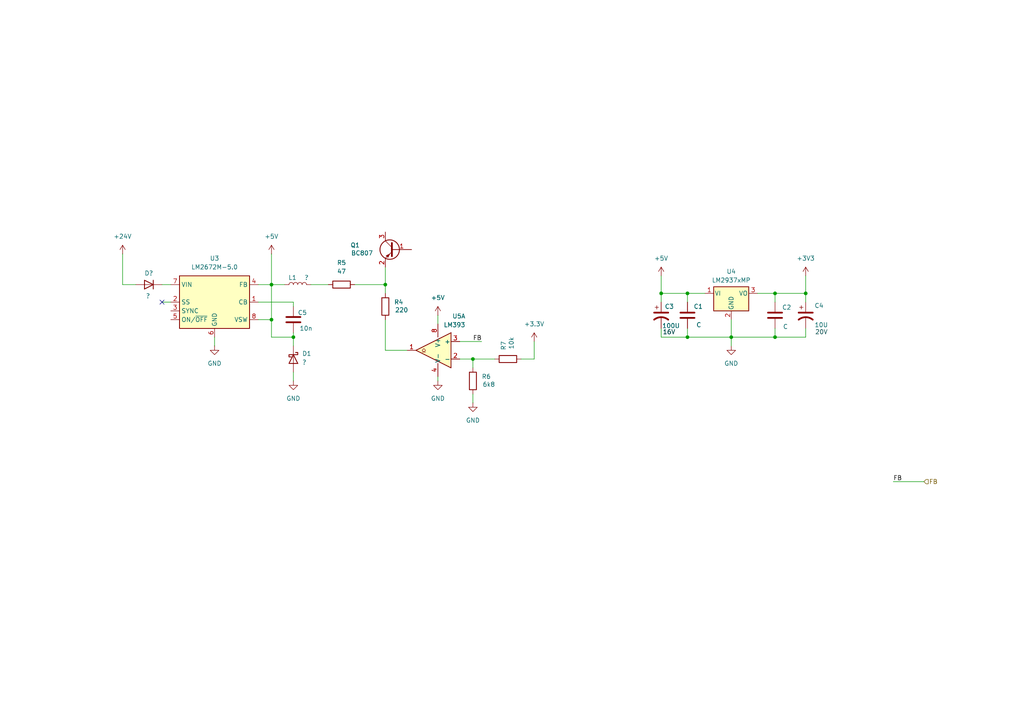
<source format=kicad_sch>
(kicad_sch
	(version 20231120)
	(generator "eeschema")
	(generator_version "8.0")
	(uuid "6b7db31e-6e21-4bde-b437-4f5e5c54ab83")
	(paper "A4")
	(title_block
		(title "FDU3")
		(date "2024-07-20")
		(rev "V1.0")
		(company "MASP Eletrônica")
		(comment 1 "Author: Eric S. F. Roseiro")
	)
	(lib_symbols
		(symbol "Comparator:LM393"
			(pin_names
				(offset 0.127)
			)
			(exclude_from_sim no)
			(in_bom yes)
			(on_board yes)
			(property "Reference" "U"
				(at 3.81 3.81 0)
				(effects
					(font
						(size 1.27 1.27)
					)
				)
			)
			(property "Value" "LM393"
				(at 6.35 -3.81 0)
				(effects
					(font
						(size 1.27 1.27)
					)
				)
			)
			(property "Footprint" ""
				(at 0 0 0)
				(effects
					(font
						(size 1.27 1.27)
					)
					(hide yes)
				)
			)
			(property "Datasheet" "http://www.ti.com/lit/ds/symlink/lm393.pdf"
				(at 0 0 0)
				(effects
					(font
						(size 1.27 1.27)
					)
					(hide yes)
				)
			)
			(property "Description" "Low-Power, Low-Offset Voltage, Dual Comparators, DIP-8/SOIC-8/TO-99-8"
				(at 0 0 0)
				(effects
					(font
						(size 1.27 1.27)
					)
					(hide yes)
				)
			)
			(property "ki_locked" ""
				(at 0 0 0)
				(effects
					(font
						(size 1.27 1.27)
					)
				)
			)
			(property "ki_keywords" "cmp open collector"
				(at 0 0 0)
				(effects
					(font
						(size 1.27 1.27)
					)
					(hide yes)
				)
			)
			(property "ki_fp_filters" "SOIC*3.9x4.9mm*P1.27mm* DIP*W7.62mm* SOP*5.28x5.23mm*P1.27mm* VSSOP*3x3mm*P0.65mm* TSSOP*4.4x3mm*P0.65mm*"
				(at 0 0 0)
				(effects
					(font
						(size 1.27 1.27)
					)
					(hide yes)
				)
			)
			(symbol "LM393_1_1"
				(polyline
					(pts
						(xy -5.08 5.08) (xy 5.08 0) (xy -5.08 -5.08) (xy -5.08 5.08)
					)
					(stroke
						(width 0.254)
						(type default)
					)
					(fill
						(type background)
					)
				)
				(polyline
					(pts
						(xy 3.302 -0.508) (xy 2.794 -0.508) (xy 3.302 0) (xy 2.794 0.508) (xy 2.286 0) (xy 2.794 -0.508)
						(xy 2.286 -0.508)
					)
					(stroke
						(width 0.127)
						(type default)
					)
					(fill
						(type none)
					)
				)
				(pin open_collector line
					(at 7.62 0 180)
					(length 2.54)
					(name "~"
						(effects
							(font
								(size 1.27 1.27)
							)
						)
					)
					(number "1"
						(effects
							(font
								(size 1.27 1.27)
							)
						)
					)
				)
				(pin input line
					(at -7.62 -2.54 0)
					(length 2.54)
					(name "-"
						(effects
							(font
								(size 1.27 1.27)
							)
						)
					)
					(number "2"
						(effects
							(font
								(size 1.27 1.27)
							)
						)
					)
				)
				(pin input line
					(at -7.62 2.54 0)
					(length 2.54)
					(name "+"
						(effects
							(font
								(size 1.27 1.27)
							)
						)
					)
					(number "3"
						(effects
							(font
								(size 1.27 1.27)
							)
						)
					)
				)
			)
			(symbol "LM393_2_1"
				(polyline
					(pts
						(xy -5.08 5.08) (xy 5.08 0) (xy -5.08 -5.08) (xy -5.08 5.08)
					)
					(stroke
						(width 0.254)
						(type default)
					)
					(fill
						(type background)
					)
				)
				(polyline
					(pts
						(xy 3.302 -0.508) (xy 2.794 -0.508) (xy 3.302 0) (xy 2.794 0.508) (xy 2.286 0) (xy 2.794 -0.508)
						(xy 2.286 -0.508)
					)
					(stroke
						(width 0.127)
						(type default)
					)
					(fill
						(type none)
					)
				)
				(pin input line
					(at -7.62 2.54 0)
					(length 2.54)
					(name "+"
						(effects
							(font
								(size 1.27 1.27)
							)
						)
					)
					(number "5"
						(effects
							(font
								(size 1.27 1.27)
							)
						)
					)
				)
				(pin input line
					(at -7.62 -2.54 0)
					(length 2.54)
					(name "-"
						(effects
							(font
								(size 1.27 1.27)
							)
						)
					)
					(number "6"
						(effects
							(font
								(size 1.27 1.27)
							)
						)
					)
				)
				(pin open_collector line
					(at 7.62 0 180)
					(length 2.54)
					(name "~"
						(effects
							(font
								(size 1.27 1.27)
							)
						)
					)
					(number "7"
						(effects
							(font
								(size 1.27 1.27)
							)
						)
					)
				)
			)
			(symbol "LM393_3_1"
				(pin power_in line
					(at -2.54 -7.62 90)
					(length 3.81)
					(name "V-"
						(effects
							(font
								(size 1.27 1.27)
							)
						)
					)
					(number "4"
						(effects
							(font
								(size 1.27 1.27)
							)
						)
					)
				)
				(pin power_in line
					(at -2.54 7.62 270)
					(length 3.81)
					(name "V+"
						(effects
							(font
								(size 1.27 1.27)
							)
						)
					)
					(number "8"
						(effects
							(font
								(size 1.27 1.27)
							)
						)
					)
				)
			)
		)
		(symbol "Device:C"
			(pin_numbers hide)
			(pin_names
				(offset 0.254)
			)
			(exclude_from_sim no)
			(in_bom yes)
			(on_board yes)
			(property "Reference" "C"
				(at 0.635 2.54 0)
				(effects
					(font
						(size 1.27 1.27)
					)
					(justify left)
				)
			)
			(property "Value" "C"
				(at 0.635 -2.54 0)
				(effects
					(font
						(size 1.27 1.27)
					)
					(justify left)
				)
			)
			(property "Footprint" ""
				(at 0.9652 -3.81 0)
				(effects
					(font
						(size 1.27 1.27)
					)
					(hide yes)
				)
			)
			(property "Datasheet" "~"
				(at 0 0 0)
				(effects
					(font
						(size 1.27 1.27)
					)
					(hide yes)
				)
			)
			(property "Description" "Unpolarized capacitor"
				(at 0 0 0)
				(effects
					(font
						(size 1.27 1.27)
					)
					(hide yes)
				)
			)
			(property "ki_keywords" "cap capacitor"
				(at 0 0 0)
				(effects
					(font
						(size 1.27 1.27)
					)
					(hide yes)
				)
			)
			(property "ki_fp_filters" "C_*"
				(at 0 0 0)
				(effects
					(font
						(size 1.27 1.27)
					)
					(hide yes)
				)
			)
			(symbol "C_0_1"
				(polyline
					(pts
						(xy -2.032 -0.762) (xy 2.032 -0.762)
					)
					(stroke
						(width 0.508)
						(type default)
					)
					(fill
						(type none)
					)
				)
				(polyline
					(pts
						(xy -2.032 0.762) (xy 2.032 0.762)
					)
					(stroke
						(width 0.508)
						(type default)
					)
					(fill
						(type none)
					)
				)
			)
			(symbol "C_1_1"
				(pin passive line
					(at 0 3.81 270)
					(length 2.794)
					(name "~"
						(effects
							(font
								(size 1.27 1.27)
							)
						)
					)
					(number "1"
						(effects
							(font
								(size 1.27 1.27)
							)
						)
					)
				)
				(pin passive line
					(at 0 -3.81 90)
					(length 2.794)
					(name "~"
						(effects
							(font
								(size 1.27 1.27)
							)
						)
					)
					(number "2"
						(effects
							(font
								(size 1.27 1.27)
							)
						)
					)
				)
			)
		)
		(symbol "Device:C_Polarized_US"
			(pin_numbers hide)
			(pin_names
				(offset 0.254) hide)
			(exclude_from_sim no)
			(in_bom yes)
			(on_board yes)
			(property "Reference" "C"
				(at 0.635 2.54 0)
				(effects
					(font
						(size 1.27 1.27)
					)
					(justify left)
				)
			)
			(property "Value" "C_Polarized_US"
				(at 0.635 -2.54 0)
				(effects
					(font
						(size 1.27 1.27)
					)
					(justify left)
				)
			)
			(property "Footprint" ""
				(at 0 0 0)
				(effects
					(font
						(size 1.27 1.27)
					)
					(hide yes)
				)
			)
			(property "Datasheet" "~"
				(at 0 0 0)
				(effects
					(font
						(size 1.27 1.27)
					)
					(hide yes)
				)
			)
			(property "Description" "Polarized capacitor, US symbol"
				(at 0 0 0)
				(effects
					(font
						(size 1.27 1.27)
					)
					(hide yes)
				)
			)
			(property "ki_keywords" "cap capacitor"
				(at 0 0 0)
				(effects
					(font
						(size 1.27 1.27)
					)
					(hide yes)
				)
			)
			(property "ki_fp_filters" "CP_*"
				(at 0 0 0)
				(effects
					(font
						(size 1.27 1.27)
					)
					(hide yes)
				)
			)
			(symbol "C_Polarized_US_0_1"
				(polyline
					(pts
						(xy -2.032 0.762) (xy 2.032 0.762)
					)
					(stroke
						(width 0.508)
						(type default)
					)
					(fill
						(type none)
					)
				)
				(polyline
					(pts
						(xy -1.778 2.286) (xy -0.762 2.286)
					)
					(stroke
						(width 0)
						(type default)
					)
					(fill
						(type none)
					)
				)
				(polyline
					(pts
						(xy -1.27 1.778) (xy -1.27 2.794)
					)
					(stroke
						(width 0)
						(type default)
					)
					(fill
						(type none)
					)
				)
				(arc
					(start 2.032 -1.27)
					(mid 0 -0.5572)
					(end -2.032 -1.27)
					(stroke
						(width 0.508)
						(type default)
					)
					(fill
						(type none)
					)
				)
			)
			(symbol "C_Polarized_US_1_1"
				(pin passive line
					(at 0 3.81 270)
					(length 2.794)
					(name "~"
						(effects
							(font
								(size 1.27 1.27)
							)
						)
					)
					(number "1"
						(effects
							(font
								(size 1.27 1.27)
							)
						)
					)
				)
				(pin passive line
					(at 0 -3.81 90)
					(length 3.302)
					(name "~"
						(effects
							(font
								(size 1.27 1.27)
							)
						)
					)
					(number "2"
						(effects
							(font
								(size 1.27 1.27)
							)
						)
					)
				)
			)
		)
		(symbol "Device:D"
			(pin_numbers hide)
			(pin_names
				(offset 1.016) hide)
			(exclude_from_sim no)
			(in_bom yes)
			(on_board yes)
			(property "Reference" "D"
				(at 0 2.54 0)
				(effects
					(font
						(size 1.27 1.27)
					)
				)
			)
			(property "Value" "D"
				(at 0 -2.54 0)
				(effects
					(font
						(size 1.27 1.27)
					)
				)
			)
			(property "Footprint" ""
				(at 0 0 0)
				(effects
					(font
						(size 1.27 1.27)
					)
					(hide yes)
				)
			)
			(property "Datasheet" "~"
				(at 0 0 0)
				(effects
					(font
						(size 1.27 1.27)
					)
					(hide yes)
				)
			)
			(property "Description" "Diode"
				(at 0 0 0)
				(effects
					(font
						(size 1.27 1.27)
					)
					(hide yes)
				)
			)
			(property "Sim.Device" "D"
				(at 0 0 0)
				(effects
					(font
						(size 1.27 1.27)
					)
					(hide yes)
				)
			)
			(property "Sim.Pins" "1=K 2=A"
				(at 0 0 0)
				(effects
					(font
						(size 1.27 1.27)
					)
					(hide yes)
				)
			)
			(property "ki_keywords" "diode"
				(at 0 0 0)
				(effects
					(font
						(size 1.27 1.27)
					)
					(hide yes)
				)
			)
			(property "ki_fp_filters" "TO-???* *_Diode_* *SingleDiode* D_*"
				(at 0 0 0)
				(effects
					(font
						(size 1.27 1.27)
					)
					(hide yes)
				)
			)
			(symbol "D_0_1"
				(polyline
					(pts
						(xy -1.27 1.27) (xy -1.27 -1.27)
					)
					(stroke
						(width 0.254)
						(type default)
					)
					(fill
						(type none)
					)
				)
				(polyline
					(pts
						(xy 1.27 0) (xy -1.27 0)
					)
					(stroke
						(width 0)
						(type default)
					)
					(fill
						(type none)
					)
				)
				(polyline
					(pts
						(xy 1.27 1.27) (xy 1.27 -1.27) (xy -1.27 0) (xy 1.27 1.27)
					)
					(stroke
						(width 0.254)
						(type default)
					)
					(fill
						(type none)
					)
				)
			)
			(symbol "D_1_1"
				(pin passive line
					(at -3.81 0 0)
					(length 2.54)
					(name "K"
						(effects
							(font
								(size 1.27 1.27)
							)
						)
					)
					(number "1"
						(effects
							(font
								(size 1.27 1.27)
							)
						)
					)
				)
				(pin passive line
					(at 3.81 0 180)
					(length 2.54)
					(name "A"
						(effects
							(font
								(size 1.27 1.27)
							)
						)
					)
					(number "2"
						(effects
							(font
								(size 1.27 1.27)
							)
						)
					)
				)
			)
		)
		(symbol "Device:L"
			(pin_numbers hide)
			(pin_names
				(offset 1.016) hide)
			(exclude_from_sim no)
			(in_bom yes)
			(on_board yes)
			(property "Reference" "L"
				(at -1.27 0 90)
				(effects
					(font
						(size 1.27 1.27)
					)
				)
			)
			(property "Value" "L"
				(at 1.905 0 90)
				(effects
					(font
						(size 1.27 1.27)
					)
				)
			)
			(property "Footprint" ""
				(at 0 0 0)
				(effects
					(font
						(size 1.27 1.27)
					)
					(hide yes)
				)
			)
			(property "Datasheet" "~"
				(at 0 0 0)
				(effects
					(font
						(size 1.27 1.27)
					)
					(hide yes)
				)
			)
			(property "Description" "Inductor"
				(at 0 0 0)
				(effects
					(font
						(size 1.27 1.27)
					)
					(hide yes)
				)
			)
			(property "ki_keywords" "inductor choke coil reactor magnetic"
				(at 0 0 0)
				(effects
					(font
						(size 1.27 1.27)
					)
					(hide yes)
				)
			)
			(property "ki_fp_filters" "Choke_* *Coil* Inductor_* L_*"
				(at 0 0 0)
				(effects
					(font
						(size 1.27 1.27)
					)
					(hide yes)
				)
			)
			(symbol "L_0_1"
				(arc
					(start 0 -2.54)
					(mid 0.6323 -1.905)
					(end 0 -1.27)
					(stroke
						(width 0)
						(type default)
					)
					(fill
						(type none)
					)
				)
				(arc
					(start 0 -1.27)
					(mid 0.6323 -0.635)
					(end 0 0)
					(stroke
						(width 0)
						(type default)
					)
					(fill
						(type none)
					)
				)
				(arc
					(start 0 0)
					(mid 0.6323 0.635)
					(end 0 1.27)
					(stroke
						(width 0)
						(type default)
					)
					(fill
						(type none)
					)
				)
				(arc
					(start 0 1.27)
					(mid 0.6323 1.905)
					(end 0 2.54)
					(stroke
						(width 0)
						(type default)
					)
					(fill
						(type none)
					)
				)
			)
			(symbol "L_1_1"
				(pin passive line
					(at 0 3.81 270)
					(length 1.27)
					(name "1"
						(effects
							(font
								(size 1.27 1.27)
							)
						)
					)
					(number "1"
						(effects
							(font
								(size 1.27 1.27)
							)
						)
					)
				)
				(pin passive line
					(at 0 -3.81 90)
					(length 1.27)
					(name "2"
						(effects
							(font
								(size 1.27 1.27)
							)
						)
					)
					(number "2"
						(effects
							(font
								(size 1.27 1.27)
							)
						)
					)
				)
			)
		)
		(symbol "Device:R"
			(pin_numbers hide)
			(pin_names
				(offset 0)
			)
			(exclude_from_sim no)
			(in_bom yes)
			(on_board yes)
			(property "Reference" "R"
				(at 2.032 0 90)
				(effects
					(font
						(size 1.27 1.27)
					)
				)
			)
			(property "Value" "R"
				(at 0 0 90)
				(effects
					(font
						(size 1.27 1.27)
					)
				)
			)
			(property "Footprint" ""
				(at -1.778 0 90)
				(effects
					(font
						(size 1.27 1.27)
					)
					(hide yes)
				)
			)
			(property "Datasheet" "~"
				(at 0 0 0)
				(effects
					(font
						(size 1.27 1.27)
					)
					(hide yes)
				)
			)
			(property "Description" "Resistor"
				(at 0 0 0)
				(effects
					(font
						(size 1.27 1.27)
					)
					(hide yes)
				)
			)
			(property "ki_keywords" "R res resistor"
				(at 0 0 0)
				(effects
					(font
						(size 1.27 1.27)
					)
					(hide yes)
				)
			)
			(property "ki_fp_filters" "R_*"
				(at 0 0 0)
				(effects
					(font
						(size 1.27 1.27)
					)
					(hide yes)
				)
			)
			(symbol "R_0_1"
				(rectangle
					(start -1.016 -2.54)
					(end 1.016 2.54)
					(stroke
						(width 0.254)
						(type default)
					)
					(fill
						(type none)
					)
				)
			)
			(symbol "R_1_1"
				(pin passive line
					(at 0 3.81 270)
					(length 1.27)
					(name "~"
						(effects
							(font
								(size 1.27 1.27)
							)
						)
					)
					(number "1"
						(effects
							(font
								(size 1.27 1.27)
							)
						)
					)
				)
				(pin passive line
					(at 0 -3.81 90)
					(length 1.27)
					(name "~"
						(effects
							(font
								(size 1.27 1.27)
							)
						)
					)
					(number "2"
						(effects
							(font
								(size 1.27 1.27)
							)
						)
					)
				)
			)
		)
		(symbol "Diode:1N5819WS"
			(pin_numbers hide)
			(pin_names
				(offset 1.016) hide)
			(exclude_from_sim no)
			(in_bom yes)
			(on_board yes)
			(property "Reference" "D"
				(at 0 2.54 0)
				(effects
					(font
						(size 1.27 1.27)
					)
				)
			)
			(property "Value" "1N5819WS"
				(at 0 -2.54 0)
				(effects
					(font
						(size 1.27 1.27)
					)
				)
			)
			(property "Footprint" "Diode_SMD:D_SOD-323"
				(at 0 -4.445 0)
				(effects
					(font
						(size 1.27 1.27)
					)
					(hide yes)
				)
			)
			(property "Datasheet" "https://datasheet.lcsc.com/lcsc/2204281430_Guangdong-Hottech-1N5819WS_C191023.pdf"
				(at 0 0 0)
				(effects
					(font
						(size 1.27 1.27)
					)
					(hide yes)
				)
			)
			(property "Description" "40V 600mV@1A 1A SOD-323 Schottky Barrier Diodes, SOD-323"
				(at 0 0 0)
				(effects
					(font
						(size 1.27 1.27)
					)
					(hide yes)
				)
			)
			(property "ki_keywords" "diode Schottky"
				(at 0 0 0)
				(effects
					(font
						(size 1.27 1.27)
					)
					(hide yes)
				)
			)
			(property "ki_fp_filters" "D*SOD?323*"
				(at 0 0 0)
				(effects
					(font
						(size 1.27 1.27)
					)
					(hide yes)
				)
			)
			(symbol "1N5819WS_0_1"
				(polyline
					(pts
						(xy 1.27 0) (xy -1.27 0)
					)
					(stroke
						(width 0)
						(type default)
					)
					(fill
						(type none)
					)
				)
				(polyline
					(pts
						(xy 1.27 1.27) (xy 1.27 -1.27) (xy -1.27 0) (xy 1.27 1.27)
					)
					(stroke
						(width 0.254)
						(type default)
					)
					(fill
						(type none)
					)
				)
				(polyline
					(pts
						(xy -1.905 0.635) (xy -1.905 1.27) (xy -1.27 1.27) (xy -1.27 -1.27) (xy -0.635 -1.27) (xy -0.635 -0.635)
					)
					(stroke
						(width 0.254)
						(type default)
					)
					(fill
						(type none)
					)
				)
			)
			(symbol "1N5819WS_1_1"
				(pin passive line
					(at -3.81 0 0)
					(length 2.54)
					(name "K"
						(effects
							(font
								(size 1.27 1.27)
							)
						)
					)
					(number "1"
						(effects
							(font
								(size 1.27 1.27)
							)
						)
					)
				)
				(pin passive line
					(at 3.81 0 180)
					(length 2.54)
					(name "A"
						(effects
							(font
								(size 1.27 1.27)
							)
						)
					)
					(number "2"
						(effects
							(font
								(size 1.27 1.27)
							)
						)
					)
				)
			)
		)
		(symbol "Regulator_Linear:LM2937xMP"
			(pin_names
				(offset 0.254)
			)
			(exclude_from_sim no)
			(in_bom yes)
			(on_board yes)
			(property "Reference" "U"
				(at -3.81 3.175 0)
				(effects
					(font
						(size 1.27 1.27)
					)
				)
			)
			(property "Value" "LM2937xMP"
				(at 0 3.175 0)
				(effects
					(font
						(size 1.27 1.27)
					)
					(justify left)
				)
			)
			(property "Footprint" "Package_TO_SOT_SMD:SOT-223-3_TabPin2"
				(at 0 5.715 0)
				(effects
					(font
						(size 1.27 1.27)
						(italic yes)
					)
					(hide yes)
				)
			)
			(property "Datasheet" "http://www.ti.com/lit/ds/symlink/lm2937.pdf"
				(at 0 -1.27 0)
				(effects
					(font
						(size 1.27 1.27)
					)
					(hide yes)
				)
			)
			(property "Description" "500-mA Low Dropout Regulator, SOT-223"
				(at 0 0 0)
				(effects
					(font
						(size 1.27 1.27)
					)
					(hide yes)
				)
			)
			(property "ki_keywords" "Voltage Regulator Low Dropuout Positive LDO"
				(at 0 0 0)
				(effects
					(font
						(size 1.27 1.27)
					)
					(hide yes)
				)
			)
			(property "ki_fp_filters" "SOT?223*"
				(at 0 0 0)
				(effects
					(font
						(size 1.27 1.27)
					)
					(hide yes)
				)
			)
			(symbol "LM2937xMP_0_1"
				(rectangle
					(start -5.08 -5.08)
					(end 5.08 1.905)
					(stroke
						(width 0.254)
						(type default)
					)
					(fill
						(type background)
					)
				)
			)
			(symbol "LM2937xMP_1_1"
				(pin power_in line
					(at -7.62 0 0)
					(length 2.54)
					(name "VI"
						(effects
							(font
								(size 1.27 1.27)
							)
						)
					)
					(number "1"
						(effects
							(font
								(size 1.27 1.27)
							)
						)
					)
				)
				(pin power_in line
					(at 0 -7.62 90)
					(length 2.54)
					(name "GND"
						(effects
							(font
								(size 1.27 1.27)
							)
						)
					)
					(number "2"
						(effects
							(font
								(size 1.27 1.27)
							)
						)
					)
				)
				(pin power_out line
					(at 7.62 0 180)
					(length 2.54)
					(name "VO"
						(effects
							(font
								(size 1.27 1.27)
							)
						)
					)
					(number "3"
						(effects
							(font
								(size 1.27 1.27)
							)
						)
					)
				)
			)
		)
		(symbol "Regulator_Switching:LM2672M-5.0"
			(exclude_from_sim no)
			(in_bom yes)
			(on_board yes)
			(property "Reference" "U"
				(at -10.16 8.89 0)
				(effects
					(font
						(size 1.27 1.27)
					)
					(justify left)
				)
			)
			(property "Value" "LM2672M-5.0"
				(at 0 8.89 0)
				(effects
					(font
						(size 1.27 1.27)
					)
					(justify left)
				)
			)
			(property "Footprint" "Package_SO:SOIC-8_3.9x4.9mm_P1.27mm"
				(at 1.27 -8.89 0)
				(effects
					(font
						(size 1.27 1.27)
						(italic yes)
					)
					(justify left)
					(hide yes)
				)
			)
			(property "Datasheet" "http://www.ti.com/lit/ds/symlink/lm2672.pdf"
				(at 0 0 0)
				(effects
					(font
						(size 1.27 1.27)
					)
					(hide yes)
				)
			)
			(property "Description" "5V, 1A Step-Down Voltage Regulator, SO-8"
				(at 0 0 0)
				(effects
					(font
						(size 1.27 1.27)
					)
					(hide yes)
				)
			)
			(property "ki_keywords" "Step-Down Voltage Regulator 5V 1A"
				(at 0 0 0)
				(effects
					(font
						(size 1.27 1.27)
					)
					(hide yes)
				)
			)
			(property "ki_fp_filters" "SOIC*3.9x4.9mm*P1.27mm*"
				(at 0 0 0)
				(effects
					(font
						(size 1.27 1.27)
					)
					(hide yes)
				)
			)
			(symbol "LM2672M-5.0_0_1"
				(rectangle
					(start -10.16 7.62)
					(end 10.16 -7.62)
					(stroke
						(width 0.254)
						(type default)
					)
					(fill
						(type background)
					)
				)
			)
			(symbol "LM2672M-5.0_1_1"
				(pin input line
					(at 12.7 0 180)
					(length 2.54)
					(name "CB"
						(effects
							(font
								(size 1.27 1.27)
							)
						)
					)
					(number "1"
						(effects
							(font
								(size 1.27 1.27)
							)
						)
					)
				)
				(pin input line
					(at -12.7 0 0)
					(length 2.54)
					(name "SS"
						(effects
							(font
								(size 1.27 1.27)
							)
						)
					)
					(number "2"
						(effects
							(font
								(size 1.27 1.27)
							)
						)
					)
				)
				(pin input line
					(at -12.7 -2.54 0)
					(length 2.54)
					(name "SYNC"
						(effects
							(font
								(size 1.27 1.27)
							)
						)
					)
					(number "3"
						(effects
							(font
								(size 1.27 1.27)
							)
						)
					)
				)
				(pin input line
					(at 12.7 5.08 180)
					(length 2.54)
					(name "FB"
						(effects
							(font
								(size 1.27 1.27)
							)
						)
					)
					(number "4"
						(effects
							(font
								(size 1.27 1.27)
							)
						)
					)
				)
				(pin input line
					(at -12.7 -5.08 0)
					(length 2.54)
					(name "ON/~{OFF}"
						(effects
							(font
								(size 1.27 1.27)
							)
						)
					)
					(number "5"
						(effects
							(font
								(size 1.27 1.27)
							)
						)
					)
				)
				(pin power_in line
					(at 0 -10.16 90)
					(length 2.54)
					(name "GND"
						(effects
							(font
								(size 1.27 1.27)
							)
						)
					)
					(number "6"
						(effects
							(font
								(size 1.27 1.27)
							)
						)
					)
				)
				(pin power_in line
					(at -12.7 5.08 0)
					(length 2.54)
					(name "VIN"
						(effects
							(font
								(size 1.27 1.27)
							)
						)
					)
					(number "7"
						(effects
							(font
								(size 1.27 1.27)
							)
						)
					)
				)
				(pin output line
					(at 12.7 -5.08 180)
					(length 2.54)
					(name "VSW"
						(effects
							(font
								(size 1.27 1.27)
							)
						)
					)
					(number "8"
						(effects
							(font
								(size 1.27 1.27)
							)
						)
					)
				)
			)
		)
		(symbol "Transistor_BJT:BC807"
			(pin_names
				(offset 0) hide)
			(exclude_from_sim no)
			(in_bom yes)
			(on_board yes)
			(property "Reference" "Q"
				(at 5.08 1.905 0)
				(effects
					(font
						(size 1.27 1.27)
					)
					(justify left)
				)
			)
			(property "Value" "BC807"
				(at 5.08 0 0)
				(effects
					(font
						(size 1.27 1.27)
					)
					(justify left)
				)
			)
			(property "Footprint" "Package_TO_SOT_SMD:SOT-23"
				(at 5.08 -1.905 0)
				(effects
					(font
						(size 1.27 1.27)
						(italic yes)
					)
					(justify left)
					(hide yes)
				)
			)
			(property "Datasheet" "https://www.onsemi.com/pub/Collateral/BC808-D.pdf"
				(at 0 0 0)
				(effects
					(font
						(size 1.27 1.27)
					)
					(justify left)
					(hide yes)
				)
			)
			(property "Description" "0.8A Ic, 45V Vce, PNP Transistor, SOT-23"
				(at 0 0 0)
				(effects
					(font
						(size 1.27 1.27)
					)
					(hide yes)
				)
			)
			(property "ki_keywords" "PNP Transistor"
				(at 0 0 0)
				(effects
					(font
						(size 1.27 1.27)
					)
					(hide yes)
				)
			)
			(property "ki_fp_filters" "SOT?23*"
				(at 0 0 0)
				(effects
					(font
						(size 1.27 1.27)
					)
					(hide yes)
				)
			)
			(symbol "BC807_0_1"
				(polyline
					(pts
						(xy 0.635 0.635) (xy 2.54 2.54)
					)
					(stroke
						(width 0)
						(type default)
					)
					(fill
						(type none)
					)
				)
				(polyline
					(pts
						(xy 0.635 -0.635) (xy 2.54 -2.54) (xy 2.54 -2.54)
					)
					(stroke
						(width 0)
						(type default)
					)
					(fill
						(type none)
					)
				)
				(polyline
					(pts
						(xy 0.635 1.905) (xy 0.635 -1.905) (xy 0.635 -1.905)
					)
					(stroke
						(width 0.508)
						(type default)
					)
					(fill
						(type none)
					)
				)
				(polyline
					(pts
						(xy 2.286 -1.778) (xy 1.778 -2.286) (xy 1.27 -1.27) (xy 2.286 -1.778) (xy 2.286 -1.778)
					)
					(stroke
						(width 0)
						(type default)
					)
					(fill
						(type outline)
					)
				)
				(circle
					(center 1.27 0)
					(radius 2.8194)
					(stroke
						(width 0.254)
						(type default)
					)
					(fill
						(type none)
					)
				)
			)
			(symbol "BC807_1_1"
				(pin input line
					(at -5.08 0 0)
					(length 5.715)
					(name "B"
						(effects
							(font
								(size 1.27 1.27)
							)
						)
					)
					(number "1"
						(effects
							(font
								(size 1.27 1.27)
							)
						)
					)
				)
				(pin passive line
					(at 2.54 -5.08 90)
					(length 2.54)
					(name "E"
						(effects
							(font
								(size 1.27 1.27)
							)
						)
					)
					(number "2"
						(effects
							(font
								(size 1.27 1.27)
							)
						)
					)
				)
				(pin passive line
					(at 2.54 5.08 270)
					(length 2.54)
					(name "C"
						(effects
							(font
								(size 1.27 1.27)
							)
						)
					)
					(number "3"
						(effects
							(font
								(size 1.27 1.27)
							)
						)
					)
				)
			)
		)
		(symbol "power:+24V"
			(power)
			(pin_numbers hide)
			(pin_names
				(offset 0) hide)
			(exclude_from_sim no)
			(in_bom yes)
			(on_board yes)
			(property "Reference" "#PWR"
				(at 0 -3.81 0)
				(effects
					(font
						(size 1.27 1.27)
					)
					(hide yes)
				)
			)
			(property "Value" "+24V"
				(at 0 3.556 0)
				(effects
					(font
						(size 1.27 1.27)
					)
				)
			)
			(property "Footprint" ""
				(at 0 0 0)
				(effects
					(font
						(size 1.27 1.27)
					)
					(hide yes)
				)
			)
			(property "Datasheet" ""
				(at 0 0 0)
				(effects
					(font
						(size 1.27 1.27)
					)
					(hide yes)
				)
			)
			(property "Description" "Power symbol creates a global label with name \"+24V\""
				(at 0 0 0)
				(effects
					(font
						(size 1.27 1.27)
					)
					(hide yes)
				)
			)
			(property "ki_keywords" "global power"
				(at 0 0 0)
				(effects
					(font
						(size 1.27 1.27)
					)
					(hide yes)
				)
			)
			(symbol "+24V_0_1"
				(polyline
					(pts
						(xy -0.762 1.27) (xy 0 2.54)
					)
					(stroke
						(width 0)
						(type default)
					)
					(fill
						(type none)
					)
				)
				(polyline
					(pts
						(xy 0 0) (xy 0 2.54)
					)
					(stroke
						(width 0)
						(type default)
					)
					(fill
						(type none)
					)
				)
				(polyline
					(pts
						(xy 0 2.54) (xy 0.762 1.27)
					)
					(stroke
						(width 0)
						(type default)
					)
					(fill
						(type none)
					)
				)
			)
			(symbol "+24V_1_1"
				(pin power_in line
					(at 0 0 90)
					(length 0)
					(name "~"
						(effects
							(font
								(size 1.27 1.27)
							)
						)
					)
					(number "1"
						(effects
							(font
								(size 1.27 1.27)
							)
						)
					)
				)
			)
		)
		(symbol "power:+3.3V"
			(power)
			(pin_numbers hide)
			(pin_names
				(offset 0) hide)
			(exclude_from_sim no)
			(in_bom yes)
			(on_board yes)
			(property "Reference" "#PWR"
				(at 0 -3.81 0)
				(effects
					(font
						(size 1.27 1.27)
					)
					(hide yes)
				)
			)
			(property "Value" "+3.3V"
				(at 0 3.556 0)
				(effects
					(font
						(size 1.27 1.27)
					)
				)
			)
			(property "Footprint" ""
				(at 0 0 0)
				(effects
					(font
						(size 1.27 1.27)
					)
					(hide yes)
				)
			)
			(property "Datasheet" ""
				(at 0 0 0)
				(effects
					(font
						(size 1.27 1.27)
					)
					(hide yes)
				)
			)
			(property "Description" "Power symbol creates a global label with name \"+3.3V\""
				(at 0 0 0)
				(effects
					(font
						(size 1.27 1.27)
					)
					(hide yes)
				)
			)
			(property "ki_keywords" "global power"
				(at 0 0 0)
				(effects
					(font
						(size 1.27 1.27)
					)
					(hide yes)
				)
			)
			(symbol "+3.3V_0_1"
				(polyline
					(pts
						(xy -0.762 1.27) (xy 0 2.54)
					)
					(stroke
						(width 0)
						(type default)
					)
					(fill
						(type none)
					)
				)
				(polyline
					(pts
						(xy 0 0) (xy 0 2.54)
					)
					(stroke
						(width 0)
						(type default)
					)
					(fill
						(type none)
					)
				)
				(polyline
					(pts
						(xy 0 2.54) (xy 0.762 1.27)
					)
					(stroke
						(width 0)
						(type default)
					)
					(fill
						(type none)
					)
				)
			)
			(symbol "+3.3V_1_1"
				(pin power_in line
					(at 0 0 90)
					(length 0)
					(name "~"
						(effects
							(font
								(size 1.27 1.27)
							)
						)
					)
					(number "1"
						(effects
							(font
								(size 1.27 1.27)
							)
						)
					)
				)
			)
		)
		(symbol "power:+3V3"
			(power)
			(pin_numbers hide)
			(pin_names
				(offset 0) hide)
			(exclude_from_sim no)
			(in_bom yes)
			(on_board yes)
			(property "Reference" "#PWR"
				(at 0 -3.81 0)
				(effects
					(font
						(size 1.27 1.27)
					)
					(hide yes)
				)
			)
			(property "Value" "+3V3"
				(at 0 3.556 0)
				(effects
					(font
						(size 1.27 1.27)
					)
				)
			)
			(property "Footprint" ""
				(at 0 0 0)
				(effects
					(font
						(size 1.27 1.27)
					)
					(hide yes)
				)
			)
			(property "Datasheet" ""
				(at 0 0 0)
				(effects
					(font
						(size 1.27 1.27)
					)
					(hide yes)
				)
			)
			(property "Description" "Power symbol creates a global label with name \"+3V3\""
				(at 0 0 0)
				(effects
					(font
						(size 1.27 1.27)
					)
					(hide yes)
				)
			)
			(property "ki_keywords" "global power"
				(at 0 0 0)
				(effects
					(font
						(size 1.27 1.27)
					)
					(hide yes)
				)
			)
			(symbol "+3V3_0_1"
				(polyline
					(pts
						(xy -0.762 1.27) (xy 0 2.54)
					)
					(stroke
						(width 0)
						(type default)
					)
					(fill
						(type none)
					)
				)
				(polyline
					(pts
						(xy 0 0) (xy 0 2.54)
					)
					(stroke
						(width 0)
						(type default)
					)
					(fill
						(type none)
					)
				)
				(polyline
					(pts
						(xy 0 2.54) (xy 0.762 1.27)
					)
					(stroke
						(width 0)
						(type default)
					)
					(fill
						(type none)
					)
				)
			)
			(symbol "+3V3_1_1"
				(pin power_in line
					(at 0 0 90)
					(length 0)
					(name "~"
						(effects
							(font
								(size 1.27 1.27)
							)
						)
					)
					(number "1"
						(effects
							(font
								(size 1.27 1.27)
							)
						)
					)
				)
			)
		)
		(symbol "power:+5V"
			(power)
			(pin_numbers hide)
			(pin_names
				(offset 0) hide)
			(exclude_from_sim no)
			(in_bom yes)
			(on_board yes)
			(property "Reference" "#PWR"
				(at 0 -3.81 0)
				(effects
					(font
						(size 1.27 1.27)
					)
					(hide yes)
				)
			)
			(property "Value" "+5V"
				(at 0 3.556 0)
				(effects
					(font
						(size 1.27 1.27)
					)
				)
			)
			(property "Footprint" ""
				(at 0 0 0)
				(effects
					(font
						(size 1.27 1.27)
					)
					(hide yes)
				)
			)
			(property "Datasheet" ""
				(at 0 0 0)
				(effects
					(font
						(size 1.27 1.27)
					)
					(hide yes)
				)
			)
			(property "Description" "Power symbol creates a global label with name \"+5V\""
				(at 0 0 0)
				(effects
					(font
						(size 1.27 1.27)
					)
					(hide yes)
				)
			)
			(property "ki_keywords" "global power"
				(at 0 0 0)
				(effects
					(font
						(size 1.27 1.27)
					)
					(hide yes)
				)
			)
			(symbol "+5V_0_1"
				(polyline
					(pts
						(xy -0.762 1.27) (xy 0 2.54)
					)
					(stroke
						(width 0)
						(type default)
					)
					(fill
						(type none)
					)
				)
				(polyline
					(pts
						(xy 0 0) (xy 0 2.54)
					)
					(stroke
						(width 0)
						(type default)
					)
					(fill
						(type none)
					)
				)
				(polyline
					(pts
						(xy 0 2.54) (xy 0.762 1.27)
					)
					(stroke
						(width 0)
						(type default)
					)
					(fill
						(type none)
					)
				)
			)
			(symbol "+5V_1_1"
				(pin power_in line
					(at 0 0 90)
					(length 0)
					(name "~"
						(effects
							(font
								(size 1.27 1.27)
							)
						)
					)
					(number "1"
						(effects
							(font
								(size 1.27 1.27)
							)
						)
					)
				)
			)
		)
		(symbol "power:GND"
			(power)
			(pin_numbers hide)
			(pin_names
				(offset 0) hide)
			(exclude_from_sim no)
			(in_bom yes)
			(on_board yes)
			(property "Reference" "#PWR"
				(at 0 -6.35 0)
				(effects
					(font
						(size 1.27 1.27)
					)
					(hide yes)
				)
			)
			(property "Value" "GND"
				(at 0 -3.81 0)
				(effects
					(font
						(size 1.27 1.27)
					)
				)
			)
			(property "Footprint" ""
				(at 0 0 0)
				(effects
					(font
						(size 1.27 1.27)
					)
					(hide yes)
				)
			)
			(property "Datasheet" ""
				(at 0 0 0)
				(effects
					(font
						(size 1.27 1.27)
					)
					(hide yes)
				)
			)
			(property "Description" "Power symbol creates a global label with name \"GND\" , ground"
				(at 0 0 0)
				(effects
					(font
						(size 1.27 1.27)
					)
					(hide yes)
				)
			)
			(property "ki_keywords" "global power"
				(at 0 0 0)
				(effects
					(font
						(size 1.27 1.27)
					)
					(hide yes)
				)
			)
			(symbol "GND_0_1"
				(polyline
					(pts
						(xy 0 0) (xy 0 -1.27) (xy 1.27 -1.27) (xy 0 -2.54) (xy -1.27 -1.27) (xy 0 -1.27)
					)
					(stroke
						(width 0)
						(type default)
					)
					(fill
						(type none)
					)
				)
			)
			(symbol "GND_1_1"
				(pin power_in line
					(at 0 0 270)
					(length 0)
					(name "~"
						(effects
							(font
								(size 1.27 1.27)
							)
						)
					)
					(number "1"
						(effects
							(font
								(size 1.27 1.27)
							)
						)
					)
				)
			)
		)
	)
	(junction
		(at 224.79 85.09)
		(diameter 0)
		(color 0 0 0 0)
		(uuid "1550c8d1-9629-486b-af7e-690f962a4817")
	)
	(junction
		(at 233.68 85.09)
		(diameter 0)
		(color 0 0 0 0)
		(uuid "260dc6a5-748d-4cbe-9729-c9b38f8d18b6")
	)
	(junction
		(at 224.79 97.79)
		(diameter 0)
		(color 0 0 0 0)
		(uuid "276eeb50-1254-4f76-8b83-372bb23796c0")
	)
	(junction
		(at 199.39 85.09)
		(diameter 0)
		(color 0 0 0 0)
		(uuid "28a70ea9-29c4-4fe0-a6ca-370ed3e6d3fa")
	)
	(junction
		(at 212.09 97.79)
		(diameter 0)
		(color 0 0 0 0)
		(uuid "540eb690-0b8c-492b-b660-684e6e5d6b4b")
	)
	(junction
		(at 85.09 97.79)
		(diameter 0)
		(color 0 0 0 0)
		(uuid "73f54ff0-2c1b-4d54-9cc5-46fe48d79f9c")
	)
	(junction
		(at 78.74 82.55)
		(diameter 0)
		(color 0 0 0 0)
		(uuid "7dd29e2c-09e0-4d7c-80ba-7ae0fe661088")
	)
	(junction
		(at 78.74 92.71)
		(diameter 0)
		(color 0 0 0 0)
		(uuid "8cebeab5-5a60-4ece-bccb-6d85922eae6a")
	)
	(junction
		(at 137.16 104.14)
		(diameter 0)
		(color 0 0 0 0)
		(uuid "96b4e001-54ee-4b82-aa08-43e18f007648")
	)
	(junction
		(at 191.77 85.09)
		(diameter 0)
		(color 0 0 0 0)
		(uuid "97dee559-d5f0-4148-9ac4-3f0c15d805ff")
	)
	(junction
		(at 199.39 97.79)
		(diameter 0)
		(color 0 0 0 0)
		(uuid "a516a0d4-821b-418e-8461-3327fe9857ea")
	)
	(junction
		(at 111.76 82.55)
		(diameter 0)
		(color 0 0 0 0)
		(uuid "fa28ee74-2ea3-4464-8db8-5126bff5f540")
	)
	(no_connect
		(at 46.99 87.63)
		(uuid "65b60400-9902-4c46-87e8-ca85170d04d4")
	)
	(wire
		(pts
			(xy 154.94 104.14) (xy 154.94 99.06)
		)
		(stroke
			(width 0)
			(type default)
		)
		(uuid "030681a7-b9d7-4a83-8f4b-d4e1f6d36daf")
	)
	(wire
		(pts
			(xy 74.93 87.63) (xy 85.09 87.63)
		)
		(stroke
			(width 0)
			(type default)
		)
		(uuid "03682217-cda5-44e5-9df0-c53b129a60ad")
	)
	(wire
		(pts
			(xy 85.09 97.79) (xy 78.74 97.79)
		)
		(stroke
			(width 0)
			(type default)
		)
		(uuid "052551e1-9c3c-4221-abdb-87b744225c6f")
	)
	(wire
		(pts
			(xy 133.35 104.14) (xy 137.16 104.14)
		)
		(stroke
			(width 0)
			(type default)
		)
		(uuid "0d09c948-a4de-4fc7-ac2b-2e9e914de549")
	)
	(wire
		(pts
			(xy 212.09 97.79) (xy 224.79 97.79)
		)
		(stroke
			(width 0)
			(type default)
		)
		(uuid "138a5e3b-6016-4c18-ace1-264cb34477c5")
	)
	(wire
		(pts
			(xy 191.77 85.09) (xy 199.39 85.09)
		)
		(stroke
			(width 0)
			(type default)
		)
		(uuid "1516ad62-83fb-4cd5-b903-2f5823715bda")
	)
	(wire
		(pts
			(xy 224.79 85.09) (xy 224.79 87.63)
		)
		(stroke
			(width 0)
			(type default)
		)
		(uuid "18e46be4-1890-442b-b4aa-1e2903c110d3")
	)
	(wire
		(pts
			(xy 212.09 92.71) (xy 212.09 97.79)
		)
		(stroke
			(width 0)
			(type default)
		)
		(uuid "1a018416-f595-4b5e-9352-434d3d9d47c5")
	)
	(wire
		(pts
			(xy 35.56 73.66) (xy 35.56 82.55)
		)
		(stroke
			(width 0)
			(type default)
		)
		(uuid "1b10646b-56c5-483e-8f2e-477fc8b37466")
	)
	(wire
		(pts
			(xy 127 109.22) (xy 127 110.49)
		)
		(stroke
			(width 0)
			(type default)
		)
		(uuid "21eb39a0-94d1-4358-b74a-6532f7746e65")
	)
	(wire
		(pts
			(xy 137.16 106.68) (xy 137.16 104.14)
		)
		(stroke
			(width 0)
			(type default)
		)
		(uuid "2550f4ee-fb02-4ebe-a10e-b4506e4c90a9")
	)
	(wire
		(pts
			(xy 118.11 101.6) (xy 111.76 101.6)
		)
		(stroke
			(width 0)
			(type default)
		)
		(uuid "2c86df8e-dfed-42d4-9774-dde4861ab38a")
	)
	(wire
		(pts
			(xy 233.68 85.09) (xy 224.79 85.09)
		)
		(stroke
			(width 0)
			(type default)
		)
		(uuid "3754db08-d546-4d04-86c8-6ecec7ea2a73")
	)
	(wire
		(pts
			(xy 191.77 87.63) (xy 191.77 85.09)
		)
		(stroke
			(width 0)
			(type default)
		)
		(uuid "37765b11-b644-4d58-afe2-2071a9557c66")
	)
	(wire
		(pts
			(xy 137.16 114.3) (xy 137.16 116.84)
		)
		(stroke
			(width 0)
			(type default)
		)
		(uuid "48708b64-e9aa-4284-bfb8-9f366e836f14")
	)
	(wire
		(pts
			(xy 199.39 95.25) (xy 199.39 97.79)
		)
		(stroke
			(width 0)
			(type default)
		)
		(uuid "4b4439ec-45ee-4ba0-9ffc-2e80d285716a")
	)
	(wire
		(pts
			(xy 219.71 85.09) (xy 224.79 85.09)
		)
		(stroke
			(width 0)
			(type default)
		)
		(uuid "546d3d23-05c5-4b45-901a-31c31374d556")
	)
	(wire
		(pts
			(xy 224.79 97.79) (xy 224.79 95.25)
		)
		(stroke
			(width 0)
			(type default)
		)
		(uuid "5870a94c-9ac2-44ac-bc24-5ac3ec93417d")
	)
	(wire
		(pts
			(xy 137.16 104.14) (xy 143.51 104.14)
		)
		(stroke
			(width 0)
			(type default)
		)
		(uuid "647d35fa-7f10-456b-a7a1-6191a7b832ef")
	)
	(wire
		(pts
			(xy 62.23 97.79) (xy 62.23 100.33)
		)
		(stroke
			(width 0)
			(type default)
		)
		(uuid "6e0f59c6-68d5-4acc-80e5-45d6a30f1899")
	)
	(wire
		(pts
			(xy 78.74 82.55) (xy 74.93 82.55)
		)
		(stroke
			(width 0)
			(type default)
		)
		(uuid "72fe993b-b1ee-4d14-b045-174f8415b3d5")
	)
	(wire
		(pts
			(xy 85.09 96.52) (xy 85.09 97.79)
		)
		(stroke
			(width 0)
			(type default)
		)
		(uuid "7585e80e-b5a1-4ccc-b4dc-b87eb7b37ceb")
	)
	(wire
		(pts
			(xy 78.74 92.71) (xy 78.74 82.55)
		)
		(stroke
			(width 0)
			(type default)
		)
		(uuid "7f9c820d-6a2e-4133-8fc6-2881ab4f6bfa")
	)
	(wire
		(pts
			(xy 127 91.44) (xy 127 93.98)
		)
		(stroke
			(width 0)
			(type default)
		)
		(uuid "8740be58-adc5-4567-9307-d7932e69b3b4")
	)
	(wire
		(pts
			(xy 74.93 92.71) (xy 78.74 92.71)
		)
		(stroke
			(width 0)
			(type default)
		)
		(uuid "8b539bb5-4644-493b-aa38-a7edcf1f9886")
	)
	(wire
		(pts
			(xy 233.68 87.63) (xy 233.68 85.09)
		)
		(stroke
			(width 0)
			(type default)
		)
		(uuid "957eafa2-87c3-43f9-ad95-adb5dcb257a1")
	)
	(wire
		(pts
			(xy 133.35 99.06) (xy 139.7 99.06)
		)
		(stroke
			(width 0)
			(type default)
		)
		(uuid "96b435ba-3afb-4a47-a48f-08d45ede8b71")
	)
	(wire
		(pts
			(xy 111.76 82.55) (xy 111.76 85.09)
		)
		(stroke
			(width 0)
			(type default)
		)
		(uuid "9b402b81-6f09-483a-824a-89017270e3c2")
	)
	(wire
		(pts
			(xy 111.76 92.71) (xy 111.76 101.6)
		)
		(stroke
			(width 0)
			(type default)
		)
		(uuid "9c9b9887-5443-46f9-aed4-4bfdcab87640")
	)
	(wire
		(pts
			(xy 212.09 97.79) (xy 212.09 100.33)
		)
		(stroke
			(width 0)
			(type default)
		)
		(uuid "a4e1c0e4-94ed-4b8a-a4fd-1c4b04abd1f2")
	)
	(wire
		(pts
			(xy 90.17 82.55) (xy 95.25 82.55)
		)
		(stroke
			(width 0)
			(type default)
		)
		(uuid "a65a278c-fc72-4963-8d59-387ae0913c15")
	)
	(wire
		(pts
			(xy 35.56 82.55) (xy 39.37 82.55)
		)
		(stroke
			(width 0)
			(type default)
		)
		(uuid "acd3bca2-0038-4a92-a72c-09bea8ad52be")
	)
	(wire
		(pts
			(xy 85.09 107.95) (xy 85.09 110.49)
		)
		(stroke
			(width 0)
			(type default)
		)
		(uuid "ad16796b-ea80-4363-b5ef-a2853e0c120a")
	)
	(wire
		(pts
			(xy 46.99 87.63) (xy 49.53 87.63)
		)
		(stroke
			(width 0)
			(type default)
		)
		(uuid "b2111a2c-3890-4f94-b8f2-4665706ec454")
	)
	(wire
		(pts
			(xy 259.08 139.7) (xy 267.97 139.7)
		)
		(stroke
			(width 0)
			(type default)
		)
		(uuid "b87c5b91-d7f8-40d9-a8cc-4708f2ed4497")
	)
	(wire
		(pts
			(xy 85.09 97.79) (xy 85.09 100.33)
		)
		(stroke
			(width 0)
			(type default)
		)
		(uuid "b9383e84-18e7-45bd-82c2-64fdf271bef6")
	)
	(wire
		(pts
			(xy 233.68 97.79) (xy 224.79 97.79)
		)
		(stroke
			(width 0)
			(type default)
		)
		(uuid "bcbc3738-b538-43a1-b00d-3406aa5bc9c7")
	)
	(wire
		(pts
			(xy 199.39 97.79) (xy 212.09 97.79)
		)
		(stroke
			(width 0)
			(type default)
		)
		(uuid "c223bafc-aa40-4072-afe3-5a4167bff2f9")
	)
	(wire
		(pts
			(xy 78.74 92.71) (xy 78.74 97.79)
		)
		(stroke
			(width 0)
			(type default)
		)
		(uuid "c5f3e8a2-c2fd-4f4b-945e-8ba78cd41cff")
	)
	(wire
		(pts
			(xy 78.74 82.55) (xy 82.55 82.55)
		)
		(stroke
			(width 0)
			(type default)
		)
		(uuid "cdb98ace-3847-477d-878d-05bd5fbe23aa")
	)
	(wire
		(pts
			(xy 199.39 87.63) (xy 199.39 85.09)
		)
		(stroke
			(width 0)
			(type default)
		)
		(uuid "cfd0bafb-d953-4705-a288-c814e67f94dc")
	)
	(wire
		(pts
			(xy 233.68 80.01) (xy 233.68 85.09)
		)
		(stroke
			(width 0)
			(type default)
		)
		(uuid "d2870e46-f330-4f6e-bca3-f75e752d9738")
	)
	(wire
		(pts
			(xy 199.39 85.09) (xy 204.47 85.09)
		)
		(stroke
			(width 0)
			(type default)
		)
		(uuid "d667df0e-fd05-4c92-ab67-80e26f3bb0d5")
	)
	(wire
		(pts
			(xy 191.77 97.79) (xy 199.39 97.79)
		)
		(stroke
			(width 0)
			(type default)
		)
		(uuid "d769ad60-3d38-4963-bca5-a631ba04b02b")
	)
	(wire
		(pts
			(xy 46.99 82.55) (xy 49.53 82.55)
		)
		(stroke
			(width 0)
			(type default)
		)
		(uuid "ddf5c076-60e9-422f-83ac-d277e6d66b78")
	)
	(wire
		(pts
			(xy 78.74 73.66) (xy 78.74 82.55)
		)
		(stroke
			(width 0)
			(type default)
		)
		(uuid "df5fc24c-f20d-46c0-a90c-00626f7774e1")
	)
	(wire
		(pts
			(xy 191.77 80.01) (xy 191.77 85.09)
		)
		(stroke
			(width 0)
			(type default)
		)
		(uuid "e1467181-8745-45c8-8457-8afbeafab5b3")
	)
	(wire
		(pts
			(xy 191.77 95.25) (xy 191.77 97.79)
		)
		(stroke
			(width 0)
			(type default)
		)
		(uuid "e4807ee3-8fc5-4812-bd06-8ea03cdf1f75")
	)
	(wire
		(pts
			(xy 233.68 95.25) (xy 233.68 97.79)
		)
		(stroke
			(width 0)
			(type default)
		)
		(uuid "e8c37f9a-39ed-40a0-8728-1fbba6f9a2ee")
	)
	(wire
		(pts
			(xy 111.76 77.47) (xy 111.76 82.55)
		)
		(stroke
			(width 0)
			(type default)
		)
		(uuid "f709cede-0c55-4fcf-ab2b-681ad769c7d2")
	)
	(wire
		(pts
			(xy 85.09 88.9) (xy 85.09 87.63)
		)
		(stroke
			(width 0)
			(type default)
		)
		(uuid "fb505c60-6597-4850-ac7c-f01946b0559e")
	)
	(wire
		(pts
			(xy 151.13 104.14) (xy 154.94 104.14)
		)
		(stroke
			(width 0)
			(type default)
		)
		(uuid "fd4c96f7-418f-4517-80e7-33956fc71b19")
	)
	(wire
		(pts
			(xy 102.87 82.55) (xy 111.76 82.55)
		)
		(stroke
			(width 0)
			(type default)
		)
		(uuid "ffb3eb8c-693a-4ac5-9931-e04df0aa4a8f")
	)
	(label "FB"
		(at 259.08 139.7 0)
		(fields_autoplaced yes)
		(effects
			(font
				(size 1.27 1.27)
			)
			(justify left bottom)
		)
		(uuid "472efc3e-0b01-43cb-81b1-5e40e39c2081")
	)
	(label "FB"
		(at 137.16 99.06 0)
		(fields_autoplaced yes)
		(effects
			(font
				(size 1.27 1.27)
			)
			(justify left bottom)
		)
		(uuid "a9003c01-51ef-4f33-beaa-cdd872c233ce")
	)
	(hierarchical_label "FB"
		(shape input)
		(at 267.97 139.7 0)
		(fields_autoplaced yes)
		(effects
			(font
				(size 1.27 1.27)
			)
			(justify left)
		)
		(uuid "9b2ddb17-8bf7-494b-9008-060c86340cee")
	)
	(symbol
		(lib_id "Device:C_Polarized_US")
		(at 233.68 91.44 0)
		(unit 1)
		(exclude_from_sim no)
		(in_bom yes)
		(on_board yes)
		(dnp no)
		(uuid "0f12ac83-016a-4dd3-8874-acff0b44f798")
		(property "Reference" "C4"
			(at 236.22 88.646 0)
			(effects
				(font
					(size 1.27 1.27)
				)
				(justify left)
			)
		)
		(property "Value" "10U"
			(at 236.22 94.234 0)
			(effects
				(font
					(size 1.27 1.27)
				)
				(justify left)
			)
		)
		(property "Footprint" ""
			(at 233.68 91.44 0)
			(effects
				(font
					(size 1.27 1.27)
				)
				(hide yes)
			)
		)
		(property "Datasheet" "~"
			(at 233.68 91.44 0)
			(effects
				(font
					(size 1.27 1.27)
				)
				(hide yes)
			)
		)
		(property "Description" "Polarized capacitor, US symbol"
			(at 233.68 91.44 0)
			(effects
				(font
					(size 1.27 1.27)
				)
				(hide yes)
			)
		)
		(property "Tensão" "20V"
			(at 238.252 96.266 0)
			(effects
				(font
					(size 1.27 1.27)
					(color 0 72 72 1)
				)
			)
		)
		(pin "2"
			(uuid "9512fad9-1bc1-4eba-afc7-29b52488cd67")
		)
		(pin "1"
			(uuid "f5f26cdc-3ae4-4689-bbc7-f9eb7e6c5069")
		)
		(instances
			(project ""
				(path "/6b7db31e-6e21-4bde-b437-4f5e5c54ab83"
					(reference "C4")
					(unit 1)
				)
			)
			(project ""
				(path "/838ef48d-a1a0-48d3-8a2a-f7f35ad9b052/d52e0461-e936-4935-a6e8-5547c50ca3ed"
					(reference "C4")
					(unit 1)
				)
			)
		)
	)
	(symbol
		(lib_id "power:+5V")
		(at 78.74 73.66 0)
		(unit 1)
		(exclude_from_sim no)
		(in_bom yes)
		(on_board yes)
		(dnp no)
		(fields_autoplaced yes)
		(uuid "0fb9603b-057f-4bbc-8914-6f391805e5bf")
		(property "Reference" "#PWR011"
			(at 78.74 77.47 0)
			(effects
				(font
					(size 1.27 1.27)
				)
				(hide yes)
			)
		)
		(property "Value" "+5V"
			(at 78.74 68.58 0)
			(effects
				(font
					(size 1.27 1.27)
				)
			)
		)
		(property "Footprint" ""
			(at 78.74 73.66 0)
			(effects
				(font
					(size 1.27 1.27)
				)
				(hide yes)
			)
		)
		(property "Datasheet" ""
			(at 78.74 73.66 0)
			(effects
				(font
					(size 1.27 1.27)
				)
				(hide yes)
			)
		)
		(property "Description" "Power symbol creates a global label with name \"+5V\""
			(at 78.74 73.66 0)
			(effects
				(font
					(size 1.27 1.27)
				)
				(hide yes)
			)
		)
		(pin "1"
			(uuid "dca8b680-d440-4592-a2c7-c7844b223183")
		)
		(instances
			(project ""
				(path "/6b7db31e-6e21-4bde-b437-4f5e5c54ab83"
					(reference "#PWR011")
					(unit 1)
				)
			)
			(project ""
				(path "/838ef48d-a1a0-48d3-8a2a-f7f35ad9b052/d52e0461-e936-4935-a6e8-5547c50ca3ed"
					(reference "#PWR011")
					(unit 1)
				)
			)
		)
	)
	(symbol
		(lib_id "power:+3.3V")
		(at 154.94 99.06 0)
		(unit 1)
		(exclude_from_sim no)
		(in_bom yes)
		(on_board yes)
		(dnp no)
		(fields_autoplaced yes)
		(uuid "18ddd464-c794-485d-8635-3d1a721ef258")
		(property "Reference" "#PWR017"
			(at 154.94 102.87 0)
			(effects
				(font
					(size 1.27 1.27)
				)
				(hide yes)
			)
		)
		(property "Value" "+3.3V"
			(at 154.94 93.98 0)
			(effects
				(font
					(size 1.27 1.27)
				)
			)
		)
		(property "Footprint" ""
			(at 154.94 99.06 0)
			(effects
				(font
					(size 1.27 1.27)
				)
				(hide yes)
			)
		)
		(property "Datasheet" ""
			(at 154.94 99.06 0)
			(effects
				(font
					(size 1.27 1.27)
				)
				(hide yes)
			)
		)
		(property "Description" "Power symbol creates a global label with name \"+3.3V\""
			(at 154.94 99.06 0)
			(effects
				(font
					(size 1.27 1.27)
				)
				(hide yes)
			)
		)
		(pin "1"
			(uuid "cf1f4c78-4f29-496d-b093-e2b415fc43a6")
		)
		(instances
			(project ""
				(path "/6b7db31e-6e21-4bde-b437-4f5e5c54ab83"
					(reference "#PWR017")
					(unit 1)
				)
			)
			(project ""
				(path "/838ef48d-a1a0-48d3-8a2a-f7f35ad9b052/d52e0461-e936-4935-a6e8-5547c50ca3ed"
					(reference "#PWR017")
					(unit 1)
				)
			)
		)
	)
	(symbol
		(lib_id "Device:C")
		(at 85.09 92.71 0)
		(unit 1)
		(exclude_from_sim no)
		(in_bom yes)
		(on_board yes)
		(dnp no)
		(uuid "234a56f3-1c52-4634-9798-d2920ab0d581")
		(property "Reference" "C5"
			(at 86.36 90.678 0)
			(effects
				(font
					(size 1.27 1.27)
				)
				(justify left)
			)
		)
		(property "Value" "10n"
			(at 86.868 95.25 0)
			(effects
				(font
					(size 1.27 1.27)
				)
				(justify left)
			)
		)
		(property "Footprint" ""
			(at 86.0552 96.52 0)
			(effects
				(font
					(size 1.27 1.27)
				)
				(hide yes)
			)
		)
		(property "Datasheet" "~"
			(at 85.09 92.71 0)
			(effects
				(font
					(size 1.27 1.27)
				)
				(hide yes)
			)
		)
		(property "Description" "Unpolarized capacitor"
			(at 85.09 92.71 0)
			(effects
				(font
					(size 1.27 1.27)
				)
				(hide yes)
			)
		)
		(pin "1"
			(uuid "4e056c66-0959-4f04-89dd-ac01e5a48450")
		)
		(pin "2"
			(uuid "b1e37616-475b-4482-8675-153f8b8bc9dc")
		)
		(instances
			(project ""
				(path "/6b7db31e-6e21-4bde-b437-4f5e5c54ab83"
					(reference "C5")
					(unit 1)
				)
			)
			(project ""
				(path "/838ef48d-a1a0-48d3-8a2a-f7f35ad9b052/d52e0461-e936-4935-a6e8-5547c50ca3ed"
					(reference "C5")
					(unit 1)
				)
			)
		)
	)
	(symbol
		(lib_id "Regulator_Switching:LM2672M-5.0")
		(at 62.23 87.63 0)
		(unit 1)
		(exclude_from_sim no)
		(in_bom yes)
		(on_board yes)
		(dnp no)
		(fields_autoplaced yes)
		(uuid "2664813f-c8bc-4947-93a0-72240a9b321c")
		(property "Reference" "U3"
			(at 62.23 74.93 0)
			(effects
				(font
					(size 1.27 1.27)
				)
			)
		)
		(property "Value" "LM2672M-5.0"
			(at 62.23 77.47 0)
			(effects
				(font
					(size 1.27 1.27)
				)
			)
		)
		(property "Footprint" "Package_SO:SOIC-8_3.9x4.9mm_P1.27mm"
			(at 63.5 96.52 0)
			(effects
				(font
					(size 1.27 1.27)
					(italic yes)
				)
				(justify left)
				(hide yes)
			)
		)
		(property "Datasheet" "http://www.ti.com/lit/ds/symlink/lm2672.pdf"
			(at 62.23 87.63 0)
			(effects
				(font
					(size 1.27 1.27)
				)
				(hide yes)
			)
		)
		(property "Description" "5V, 1A Step-Down Voltage Regulator, SO-8"
			(at 62.23 87.63 0)
			(effects
				(font
					(size 1.27 1.27)
				)
				(hide yes)
			)
		)
		(pin "3"
			(uuid "fbbc65de-49e3-4ef8-8665-77475422ca88")
		)
		(pin "6"
			(uuid "d76643fb-34a4-4539-98e0-3b07cbf476d4")
		)
		(pin "8"
			(uuid "b6c4bd23-9061-4225-a2b6-c34230a7307e")
		)
		(pin "4"
			(uuid "42c8ae2f-b43e-4ebd-8835-6785fc3da902")
		)
		(pin "1"
			(uuid "31ef0984-fe20-48a7-a5e5-b569e337fbcf")
		)
		(pin "5"
			(uuid "aaac9a95-180b-450d-87ba-bdf0c48d8efb")
		)
		(pin "7"
			(uuid "b2e5ae0b-8b5f-40da-9c7f-f763338213bf")
		)
		(pin "2"
			(uuid "d73267c1-1b6b-4548-af45-327d0a264933")
		)
		(instances
			(project ""
				(path "/6b7db31e-6e21-4bde-b437-4f5e5c54ab83"
					(reference "U3")
					(unit 1)
				)
			)
			(project ""
				(path "/838ef48d-a1a0-48d3-8a2a-f7f35ad9b052/d52e0461-e936-4935-a6e8-5547c50ca3ed"
					(reference "U3")
					(unit 1)
				)
			)
		)
	)
	(symbol
		(lib_id "power:+24V")
		(at 35.56 73.66 0)
		(mirror y)
		(unit 1)
		(exclude_from_sim no)
		(in_bom yes)
		(on_board yes)
		(dnp no)
		(fields_autoplaced yes)
		(uuid "3194f72a-601b-4ea3-bf99-61ead2633771")
		(property "Reference" "#PWR013"
			(at 35.56 77.47 0)
			(effects
				(font
					(size 1.27 1.27)
				)
				(hide yes)
			)
		)
		(property "Value" "+24V"
			(at 35.56 68.58 0)
			(effects
				(font
					(size 1.27 1.27)
				)
			)
		)
		(property "Footprint" ""
			(at 35.56 73.66 0)
			(effects
				(font
					(size 1.27 1.27)
				)
				(hide yes)
			)
		)
		(property "Datasheet" ""
			(at 35.56 73.66 0)
			(effects
				(font
					(size 1.27 1.27)
				)
				(hide yes)
			)
		)
		(property "Description" "Power symbol creates a global label with name \"+24V\""
			(at 35.56 73.66 0)
			(effects
				(font
					(size 1.27 1.27)
				)
				(hide yes)
			)
		)
		(pin "1"
			(uuid "a65f7dab-2354-4f73-961c-1da7aab86eb6")
		)
		(instances
			(project ""
				(path "/6b7db31e-6e21-4bde-b437-4f5e5c54ab83"
					(reference "#PWR013")
					(unit 1)
				)
			)
			(project ""
				(path "/838ef48d-a1a0-48d3-8a2a-f7f35ad9b052/d52e0461-e936-4935-a6e8-5547c50ca3ed"
					(reference "#PWR013")
					(unit 1)
				)
			)
		)
	)
	(symbol
		(lib_id "power:GND")
		(at 137.16 116.84 0)
		(mirror y)
		(unit 1)
		(exclude_from_sim no)
		(in_bom yes)
		(on_board yes)
		(dnp no)
		(fields_autoplaced yes)
		(uuid "34b449e9-dc53-4d21-98df-a6b892ef5064")
		(property "Reference" "#PWR027"
			(at 137.16 123.19 0)
			(effects
				(font
					(size 1.27 1.27)
				)
				(hide yes)
			)
		)
		(property "Value" "GND"
			(at 137.16 121.92 0)
			(effects
				(font
					(size 1.27 1.27)
				)
			)
		)
		(property "Footprint" ""
			(at 137.16 116.84 0)
			(effects
				(font
					(size 1.27 1.27)
				)
				(hide yes)
			)
		)
		(property "Datasheet" ""
			(at 137.16 116.84 0)
			(effects
				(font
					(size 1.27 1.27)
				)
				(hide yes)
			)
		)
		(property "Description" "Power symbol creates a global label with name \"GND\" , ground"
			(at 137.16 116.84 0)
			(effects
				(font
					(size 1.27 1.27)
				)
				(hide yes)
			)
		)
		(pin "1"
			(uuid "47ee0257-509e-46ba-b92d-3c7a8d495101")
		)
		(instances
			(project "FDU-3"
				(path "/838ef48d-a1a0-48d3-8a2a-f7f35ad9b052/d52e0461-e936-4935-a6e8-5547c50ca3ed"
					(reference "#PWR027")
					(unit 1)
				)
			)
		)
	)
	(symbol
		(lib_id "Device:C")
		(at 224.79 91.44 0)
		(unit 1)
		(exclude_from_sim no)
		(in_bom yes)
		(on_board yes)
		(dnp no)
		(uuid "37ea5f31-00c0-4ea1-9b4b-57761ea5a401")
		(property "Reference" "C2"
			(at 226.822 89.154 0)
			(effects
				(font
					(size 1.27 1.27)
				)
				(justify left)
			)
		)
		(property "Value" "C"
			(at 227.076 94.742 0)
			(effects
				(font
					(size 1.27 1.27)
				)
				(justify left)
			)
		)
		(property "Footprint" ""
			(at 225.7552 95.25 0)
			(effects
				(font
					(size 1.27 1.27)
				)
				(hide yes)
			)
		)
		(property "Datasheet" "~"
			(at 224.79 91.44 0)
			(effects
				(font
					(size 1.27 1.27)
				)
				(hide yes)
			)
		)
		(property "Description" "Unpolarized capacitor"
			(at 224.79 91.44 0)
			(effects
				(font
					(size 1.27 1.27)
				)
				(hide yes)
			)
		)
		(pin "1"
			(uuid "d62fd2b9-b378-499f-9538-fcaedda082fe")
		)
		(pin "2"
			(uuid "fbbdea80-3cfe-41ff-831f-bb5076dc1930")
		)
		(instances
			(project ""
				(path "/6b7db31e-6e21-4bde-b437-4f5e5c54ab83"
					(reference "C2")
					(unit 1)
				)
			)
			(project ""
				(path "/838ef48d-a1a0-48d3-8a2a-f7f35ad9b052/d52e0461-e936-4935-a6e8-5547c50ca3ed"
					(reference "C2")
					(unit 1)
				)
			)
		)
	)
	(symbol
		(lib_id "power:GND")
		(at 127 110.49 0)
		(mirror y)
		(unit 1)
		(exclude_from_sim no)
		(in_bom yes)
		(on_board yes)
		(dnp no)
		(fields_autoplaced yes)
		(uuid "3e884ba5-d8d6-49db-91d3-2c9c377718f9")
		(property "Reference" "#PWR03"
			(at 127 116.84 0)
			(effects
				(font
					(size 1.27 1.27)
				)
				(hide yes)
			)
		)
		(property "Value" "GND"
			(at 127 115.57 0)
			(effects
				(font
					(size 1.27 1.27)
				)
			)
		)
		(property "Footprint" ""
			(at 127 110.49 0)
			(effects
				(font
					(size 1.27 1.27)
				)
				(hide yes)
			)
		)
		(property "Datasheet" ""
			(at 127 110.49 0)
			(effects
				(font
					(size 1.27 1.27)
				)
				(hide yes)
			)
		)
		(property "Description" "Power symbol creates a global label with name \"GND\" , ground"
			(at 127 110.49 0)
			(effects
				(font
					(size 1.27 1.27)
				)
				(hide yes)
			)
		)
		(pin "1"
			(uuid "eab90524-bcea-499a-921c-8725a9b73dff")
		)
		(instances
			(project ""
				(path "/6b7db31e-6e21-4bde-b437-4f5e5c54ab83"
					(reference "#PWR03")
					(unit 1)
				)
			)
			(project ""
				(path "/838ef48d-a1a0-48d3-8a2a-f7f35ad9b052/d52e0461-e936-4935-a6e8-5547c50ca3ed"
					(reference "#PWR03")
					(unit 1)
				)
			)
		)
	)
	(symbol
		(lib_id "Regulator_Linear:LM2937xMP")
		(at 212.09 85.09 0)
		(unit 1)
		(exclude_from_sim no)
		(in_bom yes)
		(on_board yes)
		(dnp no)
		(fields_autoplaced yes)
		(uuid "4005b59f-a716-43f2-873c-af8c5b453dd1")
		(property "Reference" "U4"
			(at 212.09 78.74 0)
			(effects
				(font
					(size 1.27 1.27)
				)
			)
		)
		(property "Value" "LM2937xMP"
			(at 212.09 81.28 0)
			(effects
				(font
					(size 1.27 1.27)
				)
			)
		)
		(property "Footprint" "Package_TO_SOT_SMD:SOT-223-3_TabPin2"
			(at 212.09 79.375 0)
			(effects
				(font
					(size 1.27 1.27)
					(italic yes)
				)
				(hide yes)
			)
		)
		(property "Datasheet" "http://www.ti.com/lit/ds/symlink/lm2937.pdf"
			(at 212.09 86.36 0)
			(effects
				(font
					(size 1.27 1.27)
				)
				(hide yes)
			)
		)
		(property "Description" "500-mA Low Dropout Regulator, SOT-223"
			(at 212.09 85.09 0)
			(effects
				(font
					(size 1.27 1.27)
				)
				(hide yes)
			)
		)
		(pin "2"
			(uuid "83ade8e3-969a-4388-bb47-d55c698a7cd9")
		)
		(pin "1"
			(uuid "b04963d7-33d2-4a0e-b355-02abad27bea9")
		)
		(pin "3"
			(uuid "d7f2c0c6-3d9e-4cfd-9302-75ce9c143451")
		)
		(instances
			(project ""
				(path "/6b7db31e-6e21-4bde-b437-4f5e5c54ab83"
					(reference "U4")
					(unit 1)
				)
			)
			(project ""
				(path "/838ef48d-a1a0-48d3-8a2a-f7f35ad9b052/d52e0461-e936-4935-a6e8-5547c50ca3ed"
					(reference "U4")
					(unit 1)
				)
			)
		)
	)
	(symbol
		(lib_id "Comparator:LM393")
		(at 125.73 101.6 0)
		(mirror y)
		(unit 1)
		(exclude_from_sim no)
		(in_bom yes)
		(on_board yes)
		(dnp no)
		(uuid "4e782043-686e-49c2-9dd4-1ce2db3b9564")
		(property "Reference" "U5"
			(at 133.096 91.694 0)
			(effects
				(font
					(size 1.27 1.27)
				)
			)
		)
		(property "Value" "LM393"
			(at 131.826 94.234 0)
			(effects
				(font
					(size 1.27 1.27)
				)
			)
		)
		(property "Footprint" ""
			(at 125.73 101.6 0)
			(effects
				(font
					(size 1.27 1.27)
				)
				(hide yes)
			)
		)
		(property "Datasheet" "http://www.ti.com/lit/ds/symlink/lm393.pdf"
			(at 125.73 101.6 0)
			(effects
				(font
					(size 1.27 1.27)
				)
				(hide yes)
			)
		)
		(property "Description" "Low-Power, Low-Offset Voltage, Dual Comparators, DIP-8/SOIC-8/TO-99-8"
			(at 125.73 101.6 0)
			(effects
				(font
					(size 1.27 1.27)
				)
				(hide yes)
			)
		)
		(pin "8"
			(uuid "5ff133ab-3b05-4643-98e3-5ee5ca1fbbfc")
		)
		(pin "7"
			(uuid "c3bd7b43-01a6-4a07-b2b5-daac0946b1e0")
		)
		(pin "5"
			(uuid "17915ef4-539e-4408-9283-afbebf801d49")
		)
		(pin "2"
			(uuid "5d13f89c-4ce4-4997-bae0-c5c2396bb232")
		)
		(pin "1"
			(uuid "1dde0fd6-110c-4f5f-840e-2f362f20bde9")
		)
		(pin "3"
			(uuid "db5dad1a-9e3e-4089-bd19-20d2ef6131f5")
		)
		(pin "4"
			(uuid "98e4a81d-daca-4e4f-b4f9-2082507503a7")
		)
		(pin "6"
			(uuid "d22d68a5-4538-4b9c-9678-45a0bc981b55")
		)
		(instances
			(project ""
				(path "/6b7db31e-6e21-4bde-b437-4f5e5c54ab83"
					(reference "U5")
					(unit 1)
				)
			)
			(project ""
				(path "/838ef48d-a1a0-48d3-8a2a-f7f35ad9b052/d52e0461-e936-4935-a6e8-5547c50ca3ed"
					(reference "U5")
					(unit 1)
				)
			)
		)
	)
	(symbol
		(lib_id "Device:C")
		(at 199.39 91.44 0)
		(unit 1)
		(exclude_from_sim no)
		(in_bom yes)
		(on_board yes)
		(dnp no)
		(uuid "5d6199bb-d6a3-49b6-a290-7b05c4e5f5c6")
		(property "Reference" "C1"
			(at 201.168 88.9 0)
			(effects
				(font
					(size 1.27 1.27)
				)
				(justify left)
			)
		)
		(property "Value" "C"
			(at 201.93 94.234 0)
			(effects
				(font
					(size 1.27 1.27)
				)
				(justify left)
			)
		)
		(property "Footprint" ""
			(at 200.3552 95.25 0)
			(effects
				(font
					(size 1.27 1.27)
				)
				(hide yes)
			)
		)
		(property "Datasheet" "~"
			(at 199.39 91.44 0)
			(effects
				(font
					(size 1.27 1.27)
				)
				(hide yes)
			)
		)
		(property "Description" "Unpolarized capacitor"
			(at 199.39 91.44 0)
			(effects
				(font
					(size 1.27 1.27)
				)
				(hide yes)
			)
		)
		(pin "2"
			(uuid "b922c738-b72a-40cd-8c2d-e4b0dbf8d74f")
		)
		(pin "1"
			(uuid "c41d3ade-b405-4dab-ac47-eb4ef11eb160")
		)
		(instances
			(project ""
				(path "/6b7db31e-6e21-4bde-b437-4f5e5c54ab83"
					(reference "C1")
					(unit 1)
				)
			)
			(project ""
				(path "/838ef48d-a1a0-48d3-8a2a-f7f35ad9b052/d52e0461-e936-4935-a6e8-5547c50ca3ed"
					(reference "C1")
					(unit 1)
				)
			)
		)
	)
	(symbol
		(lib_id "Device:L")
		(at 86.36 82.55 90)
		(unit 1)
		(exclude_from_sim no)
		(in_bom yes)
		(on_board yes)
		(dnp no)
		(uuid "66624eb9-c1e2-4a73-bcb1-3fd00293889f")
		(property "Reference" "L1"
			(at 84.836 80.518 90)
			(effects
				(font
					(size 1.27 1.27)
				)
			)
		)
		(property "Value" "?"
			(at 88.9 80.518 90)
			(effects
				(font
					(size 1.27 1.27)
				)
			)
		)
		(property "Footprint" ""
			(at 86.36 82.55 0)
			(effects
				(font
					(size 1.27 1.27)
				)
				(hide yes)
			)
		)
		(property "Datasheet" "~"
			(at 86.36 82.55 0)
			(effects
				(font
					(size 1.27 1.27)
				)
				(hide yes)
			)
		)
		(property "Description" "Inductor"
			(at 86.36 82.55 0)
			(effects
				(font
					(size 1.27 1.27)
				)
				(hide yes)
			)
		)
		(pin "2"
			(uuid "10440d0f-693a-4062-9576-ad97f0482199")
		)
		(pin "1"
			(uuid "ad0f9e0c-2e8a-4963-91b3-f51a7a9d903d")
		)
		(instances
			(project ""
				(path "/6b7db31e-6e21-4bde-b437-4f5e5c54ab83"
					(reference "L1")
					(unit 1)
				)
			)
			(project ""
				(path "/838ef48d-a1a0-48d3-8a2a-f7f35ad9b052/d52e0461-e936-4935-a6e8-5547c50ca3ed"
					(reference "L1")
					(unit 1)
				)
			)
		)
	)
	(symbol
		(lib_id "Comparator:LM393")
		(at 129.54 101.6 0)
		(unit 3)
		(exclude_from_sim no)
		(in_bom yes)
		(on_board yes)
		(dnp no)
		(uuid "6afc75a3-edb5-4862-9801-99e10452b02a")
		(property "Reference" "U1"
			(at 128.778 97.282 0)
			(effects
				(font
					(size 1.27 1.27)
				)
				(justify left)
				(hide yes)
			)
		)
		(property "Value" "LM393"
			(at 128.27 102.8699 0)
			(effects
				(font
					(size 1.27 1.27)
				)
				(justify left)
				(hide yes)
			)
		)
		(property "Footprint" ""
			(at 129.54 101.6 0)
			(effects
				(font
					(size 1.27 1.27)
				)
				(hide yes)
			)
		)
		(property "Datasheet" "http://www.ti.com/lit/ds/symlink/lm393.pdf"
			(at 129.54 101.6 0)
			(effects
				(font
					(size 1.27 1.27)
				)
				(hide yes)
			)
		)
		(property "Description" "Low-Power, Low-Offset Voltage, Dual Comparators, DIP-8/SOIC-8/TO-99-8"
			(at 129.54 101.6 0)
			(effects
				(font
					(size 1.27 1.27)
				)
				(hide yes)
			)
		)
		(pin "7"
			(uuid "140c32be-db9c-437a-ac7b-c474f0048ff8")
		)
		(pin "4"
			(uuid "0633b7de-1976-46a1-b3be-ed733e87eef9")
		)
		(pin "2"
			(uuid "1075d9ce-d0ff-403e-aa4b-54133aaa6d30")
		)
		(pin "3"
			(uuid "160a6a25-03ce-43b2-a542-14b1ee151eff")
		)
		(pin "1"
			(uuid "de102463-8fa6-4623-8ddd-4d44081fe903")
		)
		(pin "6"
			(uuid "cd0b35e6-6890-4bdb-9ca2-0ae992b948f5")
		)
		(pin "5"
			(uuid "55b5f900-3f07-4c59-87dd-f36baa915729")
		)
		(pin "8"
			(uuid "992e8552-2468-415c-abb1-99286092bbf9")
		)
		(instances
			(project ""
				(path "/6b7db31e-6e21-4bde-b437-4f5e5c54ab83"
					(reference "U1")
					(unit 3)
				)
			)
			(project ""
				(path "/838ef48d-a1a0-48d3-8a2a-f7f35ad9b052/d52e0461-e936-4935-a6e8-5547c50ca3ed"
					(reference "U1")
					(unit 3)
				)
			)
		)
	)
	(symbol
		(lib_id "Device:R")
		(at 99.06 82.55 90)
		(unit 1)
		(exclude_from_sim no)
		(in_bom yes)
		(on_board yes)
		(dnp no)
		(fields_autoplaced yes)
		(uuid "71559e39-43db-42a2-8d61-ea11afb17321")
		(property "Reference" "R5"
			(at 99.06 76.2 90)
			(effects
				(font
					(size 1.27 1.27)
				)
			)
		)
		(property "Value" "47"
			(at 99.06 78.74 90)
			(effects
				(font
					(size 1.27 1.27)
				)
			)
		)
		(property "Footprint" ""
			(at 99.06 84.328 90)
			(effects
				(font
					(size 1.27 1.27)
				)
				(hide yes)
			)
		)
		(property "Datasheet" "~"
			(at 99.06 82.55 0)
			(effects
				(font
					(size 1.27 1.27)
				)
				(hide yes)
			)
		)
		(property "Description" "Resistor"
			(at 99.06 82.55 0)
			(effects
				(font
					(size 1.27 1.27)
				)
				(hide yes)
			)
		)
		(pin "1"
			(uuid "0295afb4-6e05-4548-9131-becf37af18b0")
		)
		(pin "2"
			(uuid "07ca1be2-7937-4d80-ae9d-9a826a14ad2d")
		)
		(instances
			(project ""
				(path "/6b7db31e-6e21-4bde-b437-4f5e5c54ab83"
					(reference "R5")
					(unit 1)
				)
			)
			(project ""
				(path "/838ef48d-a1a0-48d3-8a2a-f7f35ad9b052/d52e0461-e936-4935-a6e8-5547c50ca3ed"
					(reference "R5")
					(unit 1)
				)
			)
		)
	)
	(symbol
		(lib_id "Device:R")
		(at 147.32 104.14 90)
		(unit 1)
		(exclude_from_sim no)
		(in_bom yes)
		(on_board yes)
		(dnp no)
		(uuid "79ca0e25-4708-4765-9bec-93df6870c87b")
		(property "Reference" "R7"
			(at 146.0499 101.6 0)
			(effects
				(font
					(size 1.27 1.27)
				)
				(justify left)
			)
		)
		(property "Value" "10k"
			(at 148.336 101.346 0)
			(effects
				(font
					(size 1.27 1.27)
				)
				(justify left)
			)
		)
		(property "Footprint" ""
			(at 147.32 105.918 90)
			(effects
				(font
					(size 1.27 1.27)
				)
				(hide yes)
			)
		)
		(property "Datasheet" "~"
			(at 147.32 104.14 0)
			(effects
				(font
					(size 1.27 1.27)
				)
				(hide yes)
			)
		)
		(property "Description" "Resistor"
			(at 147.32 104.14 0)
			(effects
				(font
					(size 1.27 1.27)
				)
				(hide yes)
			)
		)
		(pin "1"
			(uuid "4d428835-e26c-4146-a850-028e78a6418d")
		)
		(pin "2"
			(uuid "e30eb96e-0c0e-4777-b5da-1136cfde627a")
		)
		(instances
			(project "FDU3"
				(path "/6b7db31e-6e21-4bde-b437-4f5e5c54ab83"
					(reference "R7")
					(unit 1)
				)
			)
			(project "FDU3"
				(path "/838ef48d-a1a0-48d3-8a2a-f7f35ad9b052/d52e0461-e936-4935-a6e8-5547c50ca3ed"
					(reference "R7")
					(unit 1)
				)
			)
		)
	)
	(symbol
		(lib_id "power:GND")
		(at 85.09 110.49 0)
		(unit 1)
		(exclude_from_sim no)
		(in_bom yes)
		(on_board yes)
		(dnp no)
		(fields_autoplaced yes)
		(uuid "99da200f-93ba-4001-9f55-1cb52864097a")
		(property "Reference" "#PWR012"
			(at 85.09 116.84 0)
			(effects
				(font
					(size 1.27 1.27)
				)
				(hide yes)
			)
		)
		(property "Value" "GND"
			(at 85.09 115.57 0)
			(effects
				(font
					(size 1.27 1.27)
				)
			)
		)
		(property "Footprint" ""
			(at 85.09 110.49 0)
			(effects
				(font
					(size 1.27 1.27)
				)
				(hide yes)
			)
		)
		(property "Datasheet" ""
			(at 85.09 110.49 0)
			(effects
				(font
					(size 1.27 1.27)
				)
				(hide yes)
			)
		)
		(property "Description" "Power symbol creates a global label with name \"GND\" , ground"
			(at 85.09 110.49 0)
			(effects
				(font
					(size 1.27 1.27)
				)
				(hide yes)
			)
		)
		(pin "1"
			(uuid "582dd9ee-4e6a-4e40-905e-5256a6bc06a3")
		)
		(instances
			(project ""
				(path "/6b7db31e-6e21-4bde-b437-4f5e5c54ab83"
					(reference "#PWR012")
					(unit 1)
				)
			)
			(project ""
				(path "/838ef48d-a1a0-48d3-8a2a-f7f35ad9b052/d52e0461-e936-4935-a6e8-5547c50ca3ed"
					(reference "#PWR012")
					(unit 1)
				)
			)
		)
	)
	(symbol
		(lib_id "power:GND")
		(at 212.09 100.33 0)
		(unit 1)
		(exclude_from_sim no)
		(in_bom yes)
		(on_board yes)
		(dnp no)
		(fields_autoplaced yes)
		(uuid "9c74375a-901d-42a9-884b-c7fb5e27b0cb")
		(property "Reference" "#PWR08"
			(at 212.09 106.68 0)
			(effects
				(font
					(size 1.27 1.27)
				)
				(hide yes)
			)
		)
		(property "Value" "GND"
			(at 212.09 105.41 0)
			(effects
				(font
					(size 1.27 1.27)
				)
			)
		)
		(property "Footprint" ""
			(at 212.09 100.33 0)
			(effects
				(font
					(size 1.27 1.27)
				)
				(hide yes)
			)
		)
		(property "Datasheet" ""
			(at 212.09 100.33 0)
			(effects
				(font
					(size 1.27 1.27)
				)
				(hide yes)
			)
		)
		(property "Description" "Power symbol creates a global label with name \"GND\" , ground"
			(at 212.09 100.33 0)
			(effects
				(font
					(size 1.27 1.27)
				)
				(hide yes)
			)
		)
		(pin "1"
			(uuid "ded4c06c-931a-4dba-8b39-2c3e6ca069c5")
		)
		(instances
			(project ""
				(path "/6b7db31e-6e21-4bde-b437-4f5e5c54ab83"
					(reference "#PWR08")
					(unit 1)
				)
			)
			(project ""
				(path "/838ef48d-a1a0-48d3-8a2a-f7f35ad9b052/d52e0461-e936-4935-a6e8-5547c50ca3ed"
					(reference "#PWR08")
					(unit 1)
				)
			)
		)
	)
	(symbol
		(lib_id "Device:C_Polarized_US")
		(at 191.77 91.44 0)
		(unit 1)
		(exclude_from_sim no)
		(in_bom yes)
		(on_board yes)
		(dnp no)
		(uuid "a7fb0ce0-c428-4cb6-86bf-a473a80f93c5")
		(property "Reference" "C3"
			(at 192.786 88.9 0)
			(effects
				(font
					(size 1.27 1.27)
				)
				(justify left)
			)
		)
		(property "Value" "100U"
			(at 192.024 94.488 0)
			(effects
				(font
					(size 1.27 1.27)
				)
				(justify left)
			)
		)
		(property "Footprint" ""
			(at 191.77 91.44 0)
			(effects
				(font
					(size 1.27 1.27)
				)
				(hide yes)
			)
		)
		(property "Datasheet" "~"
			(at 191.77 91.44 0)
			(effects
				(font
					(size 1.27 1.27)
				)
				(hide yes)
			)
		)
		(property "Description" "Polarized capacitor, US symbol"
			(at 191.77 91.44 0)
			(effects
				(font
					(size 1.27 1.27)
				)
				(hide yes)
			)
		)
		(property "Tensão" "16V"
			(at 194.056 96.266 0)
			(effects
				(font
					(size 1.27 1.27)
					(color 0 72 72 1)
				)
			)
		)
		(pin "2"
			(uuid "58d3fddf-3a84-4a95-89bb-fc39d490113e")
		)
		(pin "1"
			(uuid "c5da8115-18ad-47ab-b492-d38eea0c0988")
		)
		(instances
			(project ""
				(path "/6b7db31e-6e21-4bde-b437-4f5e5c54ab83"
					(reference "C3")
					(unit 1)
				)
			)
			(project ""
				(path "/838ef48d-a1a0-48d3-8a2a-f7f35ad9b052/d52e0461-e936-4935-a6e8-5547c50ca3ed"
					(reference "C3")
					(unit 1)
				)
			)
		)
	)
	(symbol
		(lib_id "Device:D")
		(at 43.18 82.55 180)
		(unit 1)
		(exclude_from_sim no)
		(in_bom yes)
		(on_board yes)
		(dnp no)
		(uuid "b58ab00d-6a89-4124-b3d7-3318a047b781")
		(property "Reference" "D?"
			(at 43.18 79.248 0)
			(effects
				(font
					(size 1.27 1.27)
				)
			)
		)
		(property "Value" "?"
			(at 42.926 85.852 0)
			(effects
				(font
					(size 1.27 1.27)
				)
			)
		)
		(property "Footprint" ""
			(at 43.18 82.55 0)
			(effects
				(font
					(size 1.27 1.27)
				)
				(hide yes)
			)
		)
		(property "Datasheet" "~"
			(at 43.18 82.55 0)
			(effects
				(font
					(size 1.27 1.27)
				)
				(hide yes)
			)
		)
		(property "Description" "Diode"
			(at 43.18 82.55 0)
			(effects
				(font
					(size 1.27 1.27)
				)
				(hide yes)
			)
		)
		(property "Sim.Device" "D"
			(at 43.18 82.55 0)
			(effects
				(font
					(size 1.27 1.27)
				)
				(hide yes)
			)
		)
		(property "Sim.Pins" "1=K 2=A"
			(at 43.18 82.55 0)
			(effects
				(font
					(size 1.27 1.27)
				)
				(hide yes)
			)
		)
		(pin "2"
			(uuid "1b8109fa-d696-4f0b-8457-37c16adf60cd")
		)
		(pin "1"
			(uuid "cab6d169-a3e2-400e-be9a-08e1008df208")
		)
		(instances
			(project ""
				(path "/6b7db31e-6e21-4bde-b437-4f5e5c54ab83"
					(reference "D?")
					(unit 1)
				)
			)
			(project ""
				(path "/838ef48d-a1a0-48d3-8a2a-f7f35ad9b052/d52e0461-e936-4935-a6e8-5547c50ca3ed"
					(reference "D2")
					(unit 1)
				)
			)
		)
	)
	(symbol
		(lib_id "power:+5V")
		(at 191.77 80.01 0)
		(unit 1)
		(exclude_from_sim no)
		(in_bom yes)
		(on_board yes)
		(dnp no)
		(fields_autoplaced yes)
		(uuid "baea862f-56c4-4eb6-8719-e3c720b5b15e")
		(property "Reference" "#PWR015"
			(at 191.77 83.82 0)
			(effects
				(font
					(size 1.27 1.27)
				)
				(hide yes)
			)
		)
		(property "Value" "+5V"
			(at 191.77 74.93 0)
			(effects
				(font
					(size 1.27 1.27)
				)
			)
		)
		(property "Footprint" ""
			(at 191.77 80.01 0)
			(effects
				(font
					(size 1.27 1.27)
				)
				(hide yes)
			)
		)
		(property "Datasheet" ""
			(at 191.77 80.01 0)
			(effects
				(font
					(size 1.27 1.27)
				)
				(hide yes)
			)
		)
		(property "Description" "Power symbol creates a global label with name \"+5V\""
			(at 191.77 80.01 0)
			(effects
				(font
					(size 1.27 1.27)
				)
				(hide yes)
			)
		)
		(pin "1"
			(uuid "103d246e-c7d3-4679-983a-e18f1b3a559c")
		)
		(instances
			(project ""
				(path "/6b7db31e-6e21-4bde-b437-4f5e5c54ab83"
					(reference "#PWR015")
					(unit 1)
				)
			)
			(project ""
				(path "/838ef48d-a1a0-48d3-8a2a-f7f35ad9b052/d52e0461-e936-4935-a6e8-5547c50ca3ed"
					(reference "#PWR015")
					(unit 1)
				)
			)
		)
	)
	(symbol
		(lib_id "Device:R")
		(at 111.76 88.9 0)
		(unit 1)
		(exclude_from_sim no)
		(in_bom yes)
		(on_board yes)
		(dnp no)
		(uuid "bf08edb7-4dda-40a9-817d-fda7265344f8")
		(property "Reference" "R4"
			(at 114.3 87.6299 0)
			(effects
				(font
					(size 1.27 1.27)
				)
				(justify left)
			)
		)
		(property "Value" "220"
			(at 114.554 89.916 0)
			(effects
				(font
					(size 1.27 1.27)
				)
				(justify left)
			)
		)
		(property "Footprint" ""
			(at 109.982 88.9 90)
			(effects
				(font
					(size 1.27 1.27)
				)
				(hide yes)
			)
		)
		(property "Datasheet" "~"
			(at 111.76 88.9 0)
			(effects
				(font
					(size 1.27 1.27)
				)
				(hide yes)
			)
		)
		(property "Description" "Resistor"
			(at 111.76 88.9 0)
			(effects
				(font
					(size 1.27 1.27)
				)
				(hide yes)
			)
		)
		(pin "1"
			(uuid "8e84c51f-ffd1-445d-b8d2-de608df455e3")
		)
		(pin "2"
			(uuid "5f439828-7ad9-436f-9b0f-45059f8cf769")
		)
		(instances
			(project ""
				(path "/6b7db31e-6e21-4bde-b437-4f5e5c54ab83"
					(reference "R4")
					(unit 1)
				)
			)
			(project ""
				(path "/838ef48d-a1a0-48d3-8a2a-f7f35ad9b052/d52e0461-e936-4935-a6e8-5547c50ca3ed"
					(reference "R4")
					(unit 1)
				)
			)
		)
	)
	(symbol
		(lib_id "Diode:1N5819WS")
		(at 85.09 104.14 270)
		(unit 1)
		(exclude_from_sim no)
		(in_bom yes)
		(on_board yes)
		(dnp no)
		(fields_autoplaced yes)
		(uuid "cd01fc06-95b0-4ad8-867d-36fc052ea92d")
		(property "Reference" "D1"
			(at 87.63 102.5524 90)
			(effects
				(font
					(size 1.27 1.27)
				)
				(justify left)
			)
		)
		(property "Value" "?"
			(at 87.63 105.0924 90)
			(effects
				(font
					(size 1.27 1.27)
				)
				(justify left)
			)
		)
		(property "Footprint" "Diode_SMD:D_SOD-323"
			(at 80.645 104.14 0)
			(effects
				(font
					(size 1.27 1.27)
				)
				(hide yes)
			)
		)
		(property "Datasheet" "https://datasheet.lcsc.com/lcsc/2204281430_Guangdong-Hottech-1N5819WS_C191023.pdf"
			(at 85.09 104.14 0)
			(effects
				(font
					(size 1.27 1.27)
				)
				(hide yes)
			)
		)
		(property "Description" "40V 600mV@1A 1A SOD-323 Schottky Barrier Diodes, SOD-323"
			(at 85.09 104.14 0)
			(effects
				(font
					(size 1.27 1.27)
				)
				(hide yes)
			)
		)
		(pin "1"
			(uuid "edf7d662-545c-47e9-ac52-f1c38897599f")
		)
		(pin "2"
			(uuid "d020657d-e182-4eb0-962a-b9dcfe05d733")
		)
		(instances
			(project ""
				(path "/6b7db31e-6e21-4bde-b437-4f5e5c54ab83"
					(reference "D1")
					(unit 1)
				)
			)
			(project ""
				(path "/838ef48d-a1a0-48d3-8a2a-f7f35ad9b052/d52e0461-e936-4935-a6e8-5547c50ca3ed"
					(reference "D1")
					(unit 1)
				)
			)
		)
	)
	(symbol
		(lib_id "Transistor_BJT:BC807")
		(at 114.3 72.39 0)
		(mirror y)
		(unit 1)
		(exclude_from_sim no)
		(in_bom yes)
		(on_board yes)
		(dnp no)
		(uuid "d55fa396-2cc8-42f2-b80b-50c6b2b44edf")
		(property "Reference" "Q1"
			(at 104.394 71.12 0)
			(effects
				(font
					(size 1.27 1.27)
				)
				(justify left)
			)
		)
		(property "Value" "BC807"
			(at 108.204 73.406 0)
			(effects
				(font
					(size 1.27 1.27)
				)
				(justify left)
			)
		)
		(property "Footprint" "Package_TO_SOT_SMD:SOT-23"
			(at 109.22 74.295 0)
			(effects
				(font
					(size 1.27 1.27)
					(italic yes)
				)
				(justify left)
				(hide yes)
			)
		)
		(property "Datasheet" "https://www.onsemi.com/pub/Collateral/BC808-D.pdf"
			(at 114.3 72.39 0)
			(effects
				(font
					(size 1.27 1.27)
				)
				(justify left)
				(hide yes)
			)
		)
		(property "Description" "0.8A Ic, 45V Vce, PNP Transistor, SOT-23"
			(at 114.3 72.39 0)
			(effects
				(font
					(size 1.27 1.27)
				)
				(hide yes)
			)
		)
		(pin "2"
			(uuid "757b37ce-7081-4e7b-8732-6f1114f63695")
		)
		(pin "1"
			(uuid "5e32052c-69e1-4532-a3b5-d49611950f9d")
		)
		(pin "3"
			(uuid "2e91090c-b567-48ab-91eb-1b6a343686da")
		)
		(instances
			(project ""
				(path "/6b7db31e-6e21-4bde-b437-4f5e5c54ab83"
					(reference "Q1")
					(unit 1)
				)
			)
			(project ""
				(path "/838ef48d-a1a0-48d3-8a2a-f7f35ad9b052/d52e0461-e936-4935-a6e8-5547c50ca3ed"
					(reference "Q1")
					(unit 1)
				)
			)
		)
	)
	(symbol
		(lib_id "power:+5V")
		(at 127 91.44 0)
		(mirror y)
		(unit 1)
		(exclude_from_sim no)
		(in_bom yes)
		(on_board yes)
		(dnp no)
		(fields_autoplaced yes)
		(uuid "df8c7c2d-0ccd-40c0-bc26-37548612f10f")
		(property "Reference" "#PWR04"
			(at 127 95.25 0)
			(effects
				(font
					(size 1.27 1.27)
				)
				(hide yes)
			)
		)
		(property "Value" "+5V"
			(at 127 86.36 0)
			(effects
				(font
					(size 1.27 1.27)
				)
			)
		)
		(property "Footprint" ""
			(at 127 91.44 0)
			(effects
				(font
					(size 1.27 1.27)
				)
				(hide yes)
			)
		)
		(property "Datasheet" ""
			(at 127 91.44 0)
			(effects
				(font
					(size 1.27 1.27)
				)
				(hide yes)
			)
		)
		(property "Description" "Power symbol creates a global label with name \"+5V\""
			(at 127 91.44 0)
			(effects
				(font
					(size 1.27 1.27)
				)
				(hide yes)
			)
		)
		(pin "1"
			(uuid "d8c57a3b-da84-4e0c-bb77-828366229169")
		)
		(instances
			(project ""
				(path "/6b7db31e-6e21-4bde-b437-4f5e5c54ab83"
					(reference "#PWR04")
					(unit 1)
				)
			)
			(project ""
				(path "/838ef48d-a1a0-48d3-8a2a-f7f35ad9b052/d52e0461-e936-4935-a6e8-5547c50ca3ed"
					(reference "#PWR04")
					(unit 1)
				)
			)
		)
	)
	(symbol
		(lib_id "Device:R")
		(at 137.16 110.49 0)
		(unit 1)
		(exclude_from_sim no)
		(in_bom yes)
		(on_board yes)
		(dnp no)
		(uuid "dfa1b19c-5bdc-45da-b86a-1b708ecbe2c9")
		(property "Reference" "R6"
			(at 139.7 109.2199 0)
			(effects
				(font
					(size 1.27 1.27)
				)
				(justify left)
			)
		)
		(property "Value" "6k8"
			(at 139.954 111.506 0)
			(effects
				(font
					(size 1.27 1.27)
				)
				(justify left)
			)
		)
		(property "Footprint" ""
			(at 135.382 110.49 90)
			(effects
				(font
					(size 1.27 1.27)
				)
				(hide yes)
			)
		)
		(property "Datasheet" "~"
			(at 137.16 110.49 0)
			(effects
				(font
					(size 1.27 1.27)
				)
				(hide yes)
			)
		)
		(property "Description" "Resistor"
			(at 137.16 110.49 0)
			(effects
				(font
					(size 1.27 1.27)
				)
				(hide yes)
			)
		)
		(pin "1"
			(uuid "cc844861-a632-4436-8b2d-36bbed3963bb")
		)
		(pin "2"
			(uuid "20aa1e2b-84d7-4763-b78f-ffc9b262dcba")
		)
		(instances
			(project "FDU3"
				(path "/6b7db31e-6e21-4bde-b437-4f5e5c54ab83"
					(reference "R6")
					(unit 1)
				)
			)
			(project "FDU3"
				(path "/838ef48d-a1a0-48d3-8a2a-f7f35ad9b052/d52e0461-e936-4935-a6e8-5547c50ca3ed"
					(reference "R6")
					(unit 1)
				)
			)
		)
	)
	(symbol
		(lib_id "power:+3V3")
		(at 233.68 80.01 0)
		(unit 1)
		(exclude_from_sim no)
		(in_bom yes)
		(on_board yes)
		(dnp no)
		(fields_autoplaced yes)
		(uuid "e9027de4-9d67-445b-bf57-8aab699725a5")
		(property "Reference" "#PWR014"
			(at 233.68 83.82 0)
			(effects
				(font
					(size 1.27 1.27)
				)
				(hide yes)
			)
		)
		(property "Value" "+3V3"
			(at 233.68 74.93 0)
			(effects
				(font
					(size 1.27 1.27)
				)
			)
		)
		(property "Footprint" ""
			(at 233.68 80.01 0)
			(effects
				(font
					(size 1.27 1.27)
				)
				(hide yes)
			)
		)
		(property "Datasheet" ""
			(at 233.68 80.01 0)
			(effects
				(font
					(size 1.27 1.27)
				)
				(hide yes)
			)
		)
		(property "Description" "Power symbol creates a global label with name \"+3V3\""
			(at 233.68 80.01 0)
			(effects
				(font
					(size 1.27 1.27)
				)
				(hide yes)
			)
		)
		(pin "1"
			(uuid "901d7423-fa2c-4b52-8cd0-7a61e31220d6")
		)
		(instances
			(project ""
				(path "/6b7db31e-6e21-4bde-b437-4f5e5c54ab83"
					(reference "#PWR014")
					(unit 1)
				)
			)
			(project ""
				(path "/838ef48d-a1a0-48d3-8a2a-f7f35ad9b052/d52e0461-e936-4935-a6e8-5547c50ca3ed"
					(reference "#PWR014")
					(unit 1)
				)
			)
		)
	)
	(symbol
		(lib_id "power:GND")
		(at 62.23 100.33 0)
		(unit 1)
		(exclude_from_sim no)
		(in_bom yes)
		(on_board yes)
		(dnp no)
		(fields_autoplaced yes)
		(uuid "fa571f26-e497-4bba-b854-00c6fc44656b")
		(property "Reference" "#PWR09"
			(at 62.23 106.68 0)
			(effects
				(font
					(size 1.27 1.27)
				)
				(hide yes)
			)
		)
		(property "Value" "GND"
			(at 62.23 105.41 0)
			(effects
				(font
					(size 1.27 1.27)
				)
			)
		)
		(property "Footprint" ""
			(at 62.23 100.33 0)
			(effects
				(font
					(size 1.27 1.27)
				)
				(hide yes)
			)
		)
		(property "Datasheet" ""
			(at 62.23 100.33 0)
			(effects
				(font
					(size 1.27 1.27)
				)
				(hide yes)
			)
		)
		(property "Description" "Power symbol creates a global label with name \"GND\" , ground"
			(at 62.23 100.33 0)
			(effects
				(font
					(size 1.27 1.27)
				)
				(hide yes)
			)
		)
		(pin "1"
			(uuid "37943695-194d-4232-ac7c-c254ab628d19")
		)
		(instances
			(project ""
				(path "/6b7db31e-6e21-4bde-b437-4f5e5c54ab83"
					(reference "#PWR09")
					(unit 1)
				)
			)
			(project ""
				(path "/838ef48d-a1a0-48d3-8a2a-f7f35ad9b052/d52e0461-e936-4935-a6e8-5547c50ca3ed"
					(reference "#PWR09")
					(unit 1)
				)
			)
		)
	)
)

</source>
